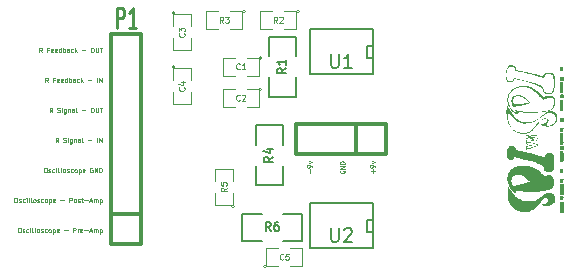
<source format=gto>
G04 (created by PCBNEW (2013-07-07 BZR 4022)-stable) date 1/27/2014 8:08:51 PM*
%MOIN*%
G04 Gerber Fmt 3.4, Leading zero omitted, Abs format*
%FSLAX34Y34*%
G01*
G70*
G90*
G04 APERTURE LIST*
%ADD10C,0.00590551*%
%ADD11C,0.003*%
%ADD12C,0.005*%
%ADD13C,0.0039*%
%ADD14C,0.012*%
%ADD15C,0.0001*%
%ADD16C,0.006*%
%ADD17C,0.0043*%
%ADD18C,0.0107*%
G04 APERTURE END LIST*
G54D10*
G54D11*
X86003Y-56585D02*
X86003Y-56471D01*
X86060Y-56528D02*
X85946Y-56528D01*
X86060Y-56392D02*
X86060Y-56364D01*
X86053Y-56350D01*
X86046Y-56342D01*
X86025Y-56328D01*
X85996Y-56321D01*
X85939Y-56321D01*
X85925Y-56328D01*
X85917Y-56335D01*
X85910Y-56350D01*
X85910Y-56378D01*
X85917Y-56392D01*
X85925Y-56400D01*
X85939Y-56407D01*
X85975Y-56407D01*
X85989Y-56400D01*
X85996Y-56392D01*
X86003Y-56378D01*
X86003Y-56350D01*
X85996Y-56335D01*
X85989Y-56328D01*
X85975Y-56321D01*
X85960Y-56271D02*
X86060Y-56235D01*
X85960Y-56200D01*
X84917Y-56514D02*
X84910Y-56528D01*
X84910Y-56550D01*
X84917Y-56571D01*
X84932Y-56585D01*
X84946Y-56592D01*
X84975Y-56600D01*
X84996Y-56600D01*
X85025Y-56592D01*
X85039Y-56585D01*
X85053Y-56571D01*
X85060Y-56550D01*
X85060Y-56535D01*
X85053Y-56514D01*
X85046Y-56507D01*
X84996Y-56507D01*
X84996Y-56535D01*
X85060Y-56442D02*
X84910Y-56442D01*
X85060Y-56357D01*
X84910Y-56357D01*
X85060Y-56285D02*
X84910Y-56285D01*
X84910Y-56249D01*
X84917Y-56228D01*
X84932Y-56214D01*
X84946Y-56207D01*
X84975Y-56199D01*
X84996Y-56199D01*
X85025Y-56207D01*
X85039Y-56214D01*
X85053Y-56228D01*
X85060Y-56249D01*
X85060Y-56285D01*
X83903Y-56585D02*
X83903Y-56471D01*
X83960Y-56392D02*
X83960Y-56364D01*
X83953Y-56350D01*
X83946Y-56342D01*
X83925Y-56328D01*
X83896Y-56321D01*
X83839Y-56321D01*
X83825Y-56328D01*
X83817Y-56335D01*
X83810Y-56350D01*
X83810Y-56378D01*
X83817Y-56392D01*
X83825Y-56400D01*
X83839Y-56407D01*
X83875Y-56407D01*
X83889Y-56400D01*
X83896Y-56392D01*
X83903Y-56378D01*
X83903Y-56350D01*
X83896Y-56335D01*
X83889Y-56328D01*
X83875Y-56321D01*
X83860Y-56271D02*
X83960Y-56235D01*
X83860Y-56200D01*
X74207Y-58410D02*
X74235Y-58410D01*
X74250Y-58417D01*
X74264Y-58432D01*
X74271Y-58460D01*
X74271Y-58510D01*
X74264Y-58539D01*
X74250Y-58553D01*
X74235Y-58560D01*
X74207Y-58560D01*
X74192Y-58553D01*
X74178Y-58539D01*
X74171Y-58510D01*
X74171Y-58460D01*
X74178Y-58432D01*
X74192Y-58417D01*
X74207Y-58410D01*
X74328Y-58553D02*
X74342Y-58560D01*
X74371Y-58560D01*
X74385Y-58553D01*
X74392Y-58539D01*
X74392Y-58532D01*
X74385Y-58517D01*
X74371Y-58510D01*
X74350Y-58510D01*
X74335Y-58503D01*
X74328Y-58489D01*
X74328Y-58482D01*
X74335Y-58467D01*
X74350Y-58460D01*
X74371Y-58460D01*
X74385Y-58467D01*
X74521Y-58553D02*
X74507Y-58560D01*
X74478Y-58560D01*
X74464Y-58553D01*
X74457Y-58546D01*
X74450Y-58532D01*
X74450Y-58489D01*
X74457Y-58475D01*
X74464Y-58467D01*
X74478Y-58460D01*
X74507Y-58460D01*
X74521Y-58467D01*
X74585Y-58560D02*
X74585Y-58460D01*
X74585Y-58410D02*
X74578Y-58417D01*
X74585Y-58425D01*
X74592Y-58417D01*
X74585Y-58410D01*
X74585Y-58425D01*
X74678Y-58560D02*
X74664Y-58553D01*
X74657Y-58539D01*
X74657Y-58410D01*
X74757Y-58560D02*
X74742Y-58553D01*
X74735Y-58539D01*
X74735Y-58410D01*
X74835Y-58560D02*
X74821Y-58553D01*
X74814Y-58546D01*
X74807Y-58532D01*
X74807Y-58489D01*
X74814Y-58475D01*
X74821Y-58467D01*
X74835Y-58460D01*
X74857Y-58460D01*
X74871Y-58467D01*
X74878Y-58475D01*
X74885Y-58489D01*
X74885Y-58532D01*
X74878Y-58546D01*
X74871Y-58553D01*
X74857Y-58560D01*
X74835Y-58560D01*
X74942Y-58553D02*
X74957Y-58560D01*
X74985Y-58560D01*
X75000Y-58553D01*
X75007Y-58539D01*
X75007Y-58532D01*
X75000Y-58517D01*
X74985Y-58510D01*
X74964Y-58510D01*
X74950Y-58503D01*
X74942Y-58489D01*
X74942Y-58482D01*
X74950Y-58467D01*
X74964Y-58460D01*
X74985Y-58460D01*
X75000Y-58467D01*
X75135Y-58553D02*
X75121Y-58560D01*
X75092Y-58560D01*
X75078Y-58553D01*
X75071Y-58546D01*
X75064Y-58532D01*
X75064Y-58489D01*
X75071Y-58475D01*
X75078Y-58467D01*
X75092Y-58460D01*
X75121Y-58460D01*
X75135Y-58467D01*
X75221Y-58560D02*
X75207Y-58553D01*
X75200Y-58546D01*
X75192Y-58532D01*
X75192Y-58489D01*
X75200Y-58475D01*
X75207Y-58467D01*
X75221Y-58460D01*
X75242Y-58460D01*
X75257Y-58467D01*
X75264Y-58475D01*
X75271Y-58489D01*
X75271Y-58532D01*
X75264Y-58546D01*
X75257Y-58553D01*
X75242Y-58560D01*
X75221Y-58560D01*
X75335Y-58460D02*
X75335Y-58610D01*
X75335Y-58467D02*
X75350Y-58460D01*
X75378Y-58460D01*
X75392Y-58467D01*
X75400Y-58475D01*
X75407Y-58489D01*
X75407Y-58532D01*
X75400Y-58546D01*
X75392Y-58553D01*
X75378Y-58560D01*
X75350Y-58560D01*
X75335Y-58553D01*
X75528Y-58553D02*
X75514Y-58560D01*
X75485Y-58560D01*
X75471Y-58553D01*
X75464Y-58539D01*
X75464Y-58482D01*
X75471Y-58467D01*
X75485Y-58460D01*
X75514Y-58460D01*
X75528Y-58467D01*
X75535Y-58482D01*
X75535Y-58496D01*
X75464Y-58510D01*
X75714Y-58503D02*
X75828Y-58503D01*
X76014Y-58560D02*
X76014Y-58410D01*
X76071Y-58410D01*
X76085Y-58417D01*
X76092Y-58425D01*
X76100Y-58439D01*
X76100Y-58460D01*
X76092Y-58475D01*
X76085Y-58482D01*
X76071Y-58489D01*
X76014Y-58489D01*
X76164Y-58560D02*
X76164Y-58460D01*
X76164Y-58489D02*
X76171Y-58475D01*
X76178Y-58467D01*
X76192Y-58460D01*
X76207Y-58460D01*
X76314Y-58553D02*
X76300Y-58560D01*
X76271Y-58560D01*
X76257Y-58553D01*
X76250Y-58539D01*
X76250Y-58482D01*
X76257Y-58467D01*
X76271Y-58460D01*
X76300Y-58460D01*
X76314Y-58467D01*
X76321Y-58482D01*
X76321Y-58496D01*
X76250Y-58510D01*
X76385Y-58503D02*
X76500Y-58503D01*
X76564Y-58517D02*
X76635Y-58517D01*
X76550Y-58560D02*
X76600Y-58410D01*
X76650Y-58560D01*
X76700Y-58560D02*
X76700Y-58460D01*
X76700Y-58475D02*
X76707Y-58467D01*
X76721Y-58460D01*
X76742Y-58460D01*
X76757Y-58467D01*
X76764Y-58482D01*
X76764Y-58560D01*
X76764Y-58482D02*
X76771Y-58467D01*
X76785Y-58460D01*
X76807Y-58460D01*
X76821Y-58467D01*
X76828Y-58482D01*
X76828Y-58560D01*
X76900Y-58460D02*
X76900Y-58610D01*
X76900Y-58467D02*
X76914Y-58460D01*
X76942Y-58460D01*
X76957Y-58467D01*
X76964Y-58475D01*
X76971Y-58489D01*
X76971Y-58532D01*
X76964Y-58546D01*
X76957Y-58553D01*
X76942Y-58560D01*
X76914Y-58560D01*
X76900Y-58553D01*
X74085Y-57410D02*
X74114Y-57410D01*
X74128Y-57417D01*
X74142Y-57432D01*
X74150Y-57460D01*
X74150Y-57510D01*
X74142Y-57539D01*
X74128Y-57553D01*
X74114Y-57560D01*
X74085Y-57560D01*
X74071Y-57553D01*
X74057Y-57539D01*
X74050Y-57510D01*
X74050Y-57460D01*
X74057Y-57432D01*
X74071Y-57417D01*
X74085Y-57410D01*
X74207Y-57553D02*
X74221Y-57560D01*
X74250Y-57560D01*
X74264Y-57553D01*
X74271Y-57539D01*
X74271Y-57532D01*
X74264Y-57517D01*
X74250Y-57510D01*
X74228Y-57510D01*
X74214Y-57503D01*
X74207Y-57489D01*
X74207Y-57482D01*
X74214Y-57467D01*
X74228Y-57460D01*
X74250Y-57460D01*
X74264Y-57467D01*
X74400Y-57553D02*
X74385Y-57560D01*
X74357Y-57560D01*
X74342Y-57553D01*
X74335Y-57546D01*
X74328Y-57532D01*
X74328Y-57489D01*
X74335Y-57475D01*
X74342Y-57467D01*
X74357Y-57460D01*
X74385Y-57460D01*
X74400Y-57467D01*
X74464Y-57560D02*
X74464Y-57460D01*
X74464Y-57410D02*
X74457Y-57417D01*
X74464Y-57425D01*
X74471Y-57417D01*
X74464Y-57410D01*
X74464Y-57425D01*
X74557Y-57560D02*
X74542Y-57553D01*
X74535Y-57539D01*
X74535Y-57410D01*
X74635Y-57560D02*
X74621Y-57553D01*
X74614Y-57539D01*
X74614Y-57410D01*
X74714Y-57560D02*
X74700Y-57553D01*
X74692Y-57546D01*
X74685Y-57532D01*
X74685Y-57489D01*
X74692Y-57475D01*
X74700Y-57467D01*
X74714Y-57460D01*
X74735Y-57460D01*
X74750Y-57467D01*
X74757Y-57475D01*
X74764Y-57489D01*
X74764Y-57532D01*
X74757Y-57546D01*
X74750Y-57553D01*
X74735Y-57560D01*
X74714Y-57560D01*
X74821Y-57553D02*
X74835Y-57560D01*
X74864Y-57560D01*
X74878Y-57553D01*
X74885Y-57539D01*
X74885Y-57532D01*
X74878Y-57517D01*
X74864Y-57510D01*
X74842Y-57510D01*
X74828Y-57503D01*
X74821Y-57489D01*
X74821Y-57482D01*
X74828Y-57467D01*
X74842Y-57460D01*
X74864Y-57460D01*
X74878Y-57467D01*
X75014Y-57553D02*
X75000Y-57560D01*
X74971Y-57560D01*
X74957Y-57553D01*
X74950Y-57546D01*
X74942Y-57532D01*
X74942Y-57489D01*
X74950Y-57475D01*
X74957Y-57467D01*
X74971Y-57460D01*
X75000Y-57460D01*
X75014Y-57467D01*
X75100Y-57560D02*
X75085Y-57553D01*
X75078Y-57546D01*
X75071Y-57532D01*
X75071Y-57489D01*
X75078Y-57475D01*
X75085Y-57467D01*
X75100Y-57460D01*
X75121Y-57460D01*
X75135Y-57467D01*
X75142Y-57475D01*
X75150Y-57489D01*
X75150Y-57532D01*
X75142Y-57546D01*
X75135Y-57553D01*
X75121Y-57560D01*
X75100Y-57560D01*
X75214Y-57460D02*
X75214Y-57610D01*
X75214Y-57467D02*
X75228Y-57460D01*
X75257Y-57460D01*
X75271Y-57467D01*
X75278Y-57475D01*
X75285Y-57489D01*
X75285Y-57532D01*
X75278Y-57546D01*
X75271Y-57553D01*
X75257Y-57560D01*
X75228Y-57560D01*
X75214Y-57553D01*
X75407Y-57553D02*
X75392Y-57560D01*
X75364Y-57560D01*
X75350Y-57553D01*
X75342Y-57539D01*
X75342Y-57482D01*
X75350Y-57467D01*
X75364Y-57460D01*
X75392Y-57460D01*
X75407Y-57467D01*
X75414Y-57482D01*
X75414Y-57496D01*
X75342Y-57510D01*
X75592Y-57503D02*
X75707Y-57503D01*
X75892Y-57560D02*
X75892Y-57410D01*
X75950Y-57410D01*
X75964Y-57417D01*
X75971Y-57425D01*
X75978Y-57439D01*
X75978Y-57460D01*
X75971Y-57475D01*
X75964Y-57482D01*
X75950Y-57489D01*
X75892Y-57489D01*
X76064Y-57560D02*
X76050Y-57553D01*
X76042Y-57546D01*
X76035Y-57532D01*
X76035Y-57489D01*
X76042Y-57475D01*
X76050Y-57467D01*
X76064Y-57460D01*
X76085Y-57460D01*
X76100Y-57467D01*
X76107Y-57475D01*
X76114Y-57489D01*
X76114Y-57532D01*
X76107Y-57546D01*
X76100Y-57553D01*
X76085Y-57560D01*
X76064Y-57560D01*
X76171Y-57553D02*
X76185Y-57560D01*
X76214Y-57560D01*
X76228Y-57553D01*
X76235Y-57539D01*
X76235Y-57532D01*
X76228Y-57517D01*
X76214Y-57510D01*
X76192Y-57510D01*
X76178Y-57503D01*
X76171Y-57489D01*
X76171Y-57482D01*
X76178Y-57467D01*
X76192Y-57460D01*
X76214Y-57460D01*
X76228Y-57467D01*
X76278Y-57460D02*
X76335Y-57460D01*
X76300Y-57410D02*
X76300Y-57539D01*
X76307Y-57553D01*
X76321Y-57560D01*
X76335Y-57560D01*
X76385Y-57503D02*
X76500Y-57503D01*
X76564Y-57517D02*
X76635Y-57517D01*
X76550Y-57560D02*
X76600Y-57410D01*
X76650Y-57560D01*
X76700Y-57560D02*
X76700Y-57460D01*
X76700Y-57475D02*
X76707Y-57467D01*
X76721Y-57460D01*
X76742Y-57460D01*
X76757Y-57467D01*
X76764Y-57482D01*
X76764Y-57560D01*
X76764Y-57482D02*
X76771Y-57467D01*
X76785Y-57460D01*
X76807Y-57460D01*
X76821Y-57467D01*
X76828Y-57482D01*
X76828Y-57560D01*
X76900Y-57460D02*
X76900Y-57610D01*
X76900Y-57467D02*
X76914Y-57460D01*
X76942Y-57460D01*
X76957Y-57467D01*
X76964Y-57475D01*
X76971Y-57489D01*
X76971Y-57532D01*
X76964Y-57546D01*
X76957Y-57553D01*
X76942Y-57560D01*
X76914Y-57560D01*
X76900Y-57553D01*
X75071Y-56410D02*
X75100Y-56410D01*
X75114Y-56417D01*
X75128Y-56432D01*
X75135Y-56460D01*
X75135Y-56510D01*
X75128Y-56539D01*
X75114Y-56553D01*
X75100Y-56560D01*
X75071Y-56560D01*
X75057Y-56553D01*
X75042Y-56539D01*
X75035Y-56510D01*
X75035Y-56460D01*
X75042Y-56432D01*
X75057Y-56417D01*
X75071Y-56410D01*
X75192Y-56553D02*
X75207Y-56560D01*
X75235Y-56560D01*
X75250Y-56553D01*
X75257Y-56539D01*
X75257Y-56532D01*
X75250Y-56517D01*
X75235Y-56510D01*
X75214Y-56510D01*
X75200Y-56503D01*
X75192Y-56489D01*
X75192Y-56482D01*
X75200Y-56467D01*
X75214Y-56460D01*
X75235Y-56460D01*
X75250Y-56467D01*
X75385Y-56553D02*
X75371Y-56560D01*
X75342Y-56560D01*
X75328Y-56553D01*
X75321Y-56546D01*
X75314Y-56532D01*
X75314Y-56489D01*
X75321Y-56475D01*
X75328Y-56467D01*
X75342Y-56460D01*
X75371Y-56460D01*
X75385Y-56467D01*
X75450Y-56560D02*
X75450Y-56460D01*
X75450Y-56410D02*
X75442Y-56417D01*
X75450Y-56425D01*
X75457Y-56417D01*
X75450Y-56410D01*
X75450Y-56425D01*
X75542Y-56560D02*
X75528Y-56553D01*
X75521Y-56539D01*
X75521Y-56410D01*
X75621Y-56560D02*
X75607Y-56553D01*
X75600Y-56539D01*
X75600Y-56410D01*
X75700Y-56560D02*
X75685Y-56553D01*
X75678Y-56546D01*
X75671Y-56532D01*
X75671Y-56489D01*
X75678Y-56475D01*
X75685Y-56467D01*
X75700Y-56460D01*
X75721Y-56460D01*
X75735Y-56467D01*
X75742Y-56475D01*
X75750Y-56489D01*
X75750Y-56532D01*
X75742Y-56546D01*
X75735Y-56553D01*
X75721Y-56560D01*
X75700Y-56560D01*
X75807Y-56553D02*
X75821Y-56560D01*
X75850Y-56560D01*
X75864Y-56553D01*
X75871Y-56539D01*
X75871Y-56532D01*
X75864Y-56517D01*
X75850Y-56510D01*
X75828Y-56510D01*
X75814Y-56503D01*
X75807Y-56489D01*
X75807Y-56482D01*
X75814Y-56467D01*
X75828Y-56460D01*
X75850Y-56460D01*
X75864Y-56467D01*
X76000Y-56553D02*
X75985Y-56560D01*
X75957Y-56560D01*
X75942Y-56553D01*
X75935Y-56546D01*
X75928Y-56532D01*
X75928Y-56489D01*
X75935Y-56475D01*
X75942Y-56467D01*
X75957Y-56460D01*
X75985Y-56460D01*
X76000Y-56467D01*
X76085Y-56560D02*
X76071Y-56553D01*
X76064Y-56546D01*
X76057Y-56532D01*
X76057Y-56489D01*
X76064Y-56475D01*
X76071Y-56467D01*
X76085Y-56460D01*
X76107Y-56460D01*
X76121Y-56467D01*
X76128Y-56475D01*
X76135Y-56489D01*
X76135Y-56532D01*
X76128Y-56546D01*
X76121Y-56553D01*
X76107Y-56560D01*
X76085Y-56560D01*
X76200Y-56460D02*
X76200Y-56610D01*
X76200Y-56467D02*
X76214Y-56460D01*
X76242Y-56460D01*
X76257Y-56467D01*
X76264Y-56475D01*
X76271Y-56489D01*
X76271Y-56532D01*
X76264Y-56546D01*
X76257Y-56553D01*
X76242Y-56560D01*
X76214Y-56560D01*
X76200Y-56553D01*
X76392Y-56553D02*
X76378Y-56560D01*
X76350Y-56560D01*
X76335Y-56553D01*
X76328Y-56539D01*
X76328Y-56482D01*
X76335Y-56467D01*
X76350Y-56460D01*
X76378Y-56460D01*
X76392Y-56467D01*
X76400Y-56482D01*
X76400Y-56496D01*
X76328Y-56510D01*
X76657Y-56417D02*
X76642Y-56410D01*
X76621Y-56410D01*
X76600Y-56417D01*
X76585Y-56432D01*
X76578Y-56446D01*
X76571Y-56475D01*
X76571Y-56496D01*
X76578Y-56525D01*
X76585Y-56539D01*
X76600Y-56553D01*
X76621Y-56560D01*
X76635Y-56560D01*
X76657Y-56553D01*
X76664Y-56546D01*
X76664Y-56496D01*
X76635Y-56496D01*
X76728Y-56560D02*
X76728Y-56410D01*
X76814Y-56560D01*
X76814Y-56410D01*
X76885Y-56560D02*
X76885Y-56410D01*
X76921Y-56410D01*
X76942Y-56417D01*
X76957Y-56432D01*
X76964Y-56446D01*
X76971Y-56475D01*
X76971Y-56496D01*
X76964Y-56525D01*
X76957Y-56539D01*
X76942Y-56553D01*
X76921Y-56560D01*
X76885Y-56560D01*
X75514Y-55560D02*
X75464Y-55489D01*
X75428Y-55560D02*
X75428Y-55410D01*
X75485Y-55410D01*
X75500Y-55417D01*
X75507Y-55425D01*
X75514Y-55439D01*
X75514Y-55460D01*
X75507Y-55475D01*
X75500Y-55482D01*
X75485Y-55489D01*
X75428Y-55489D01*
X75685Y-55553D02*
X75707Y-55560D01*
X75742Y-55560D01*
X75757Y-55553D01*
X75764Y-55546D01*
X75771Y-55532D01*
X75771Y-55517D01*
X75764Y-55503D01*
X75757Y-55496D01*
X75742Y-55489D01*
X75714Y-55482D01*
X75700Y-55475D01*
X75692Y-55467D01*
X75685Y-55453D01*
X75685Y-55439D01*
X75692Y-55425D01*
X75700Y-55417D01*
X75714Y-55410D01*
X75750Y-55410D01*
X75771Y-55417D01*
X75835Y-55560D02*
X75835Y-55460D01*
X75835Y-55410D02*
X75828Y-55417D01*
X75835Y-55425D01*
X75842Y-55417D01*
X75835Y-55410D01*
X75835Y-55425D01*
X75971Y-55460D02*
X75971Y-55582D01*
X75964Y-55596D01*
X75957Y-55603D01*
X75942Y-55610D01*
X75921Y-55610D01*
X75907Y-55603D01*
X75971Y-55553D02*
X75957Y-55560D01*
X75928Y-55560D01*
X75914Y-55553D01*
X75907Y-55546D01*
X75900Y-55532D01*
X75900Y-55489D01*
X75907Y-55475D01*
X75914Y-55467D01*
X75928Y-55460D01*
X75957Y-55460D01*
X75971Y-55467D01*
X76042Y-55460D02*
X76042Y-55560D01*
X76042Y-55475D02*
X76050Y-55467D01*
X76064Y-55460D01*
X76085Y-55460D01*
X76100Y-55467D01*
X76107Y-55482D01*
X76107Y-55560D01*
X76242Y-55560D02*
X76242Y-55482D01*
X76235Y-55467D01*
X76221Y-55460D01*
X76192Y-55460D01*
X76178Y-55467D01*
X76242Y-55553D02*
X76228Y-55560D01*
X76192Y-55560D01*
X76178Y-55553D01*
X76171Y-55539D01*
X76171Y-55525D01*
X76178Y-55510D01*
X76192Y-55503D01*
X76228Y-55503D01*
X76242Y-55496D01*
X76335Y-55560D02*
X76321Y-55553D01*
X76314Y-55539D01*
X76314Y-55410D01*
X76507Y-55503D02*
X76621Y-55503D01*
X76807Y-55560D02*
X76807Y-55410D01*
X76878Y-55560D02*
X76878Y-55410D01*
X76964Y-55560D01*
X76964Y-55410D01*
X75314Y-54560D02*
X75264Y-54489D01*
X75228Y-54560D02*
X75228Y-54410D01*
X75285Y-54410D01*
X75300Y-54417D01*
X75307Y-54425D01*
X75314Y-54439D01*
X75314Y-54460D01*
X75307Y-54475D01*
X75300Y-54482D01*
X75285Y-54489D01*
X75228Y-54489D01*
X75485Y-54553D02*
X75507Y-54560D01*
X75542Y-54560D01*
X75557Y-54553D01*
X75564Y-54546D01*
X75571Y-54532D01*
X75571Y-54517D01*
X75564Y-54503D01*
X75557Y-54496D01*
X75542Y-54489D01*
X75514Y-54482D01*
X75500Y-54475D01*
X75492Y-54467D01*
X75485Y-54453D01*
X75485Y-54439D01*
X75492Y-54425D01*
X75500Y-54417D01*
X75514Y-54410D01*
X75550Y-54410D01*
X75571Y-54417D01*
X75635Y-54560D02*
X75635Y-54460D01*
X75635Y-54410D02*
X75628Y-54417D01*
X75635Y-54425D01*
X75642Y-54417D01*
X75635Y-54410D01*
X75635Y-54425D01*
X75771Y-54460D02*
X75771Y-54582D01*
X75764Y-54596D01*
X75757Y-54603D01*
X75742Y-54610D01*
X75721Y-54610D01*
X75707Y-54603D01*
X75771Y-54553D02*
X75757Y-54560D01*
X75728Y-54560D01*
X75714Y-54553D01*
X75707Y-54546D01*
X75700Y-54532D01*
X75700Y-54489D01*
X75707Y-54475D01*
X75714Y-54467D01*
X75728Y-54460D01*
X75757Y-54460D01*
X75771Y-54467D01*
X75842Y-54460D02*
X75842Y-54560D01*
X75842Y-54475D02*
X75850Y-54467D01*
X75864Y-54460D01*
X75885Y-54460D01*
X75900Y-54467D01*
X75907Y-54482D01*
X75907Y-54560D01*
X76042Y-54560D02*
X76042Y-54482D01*
X76035Y-54467D01*
X76021Y-54460D01*
X75992Y-54460D01*
X75978Y-54467D01*
X76042Y-54553D02*
X76028Y-54560D01*
X75992Y-54560D01*
X75978Y-54553D01*
X75971Y-54539D01*
X75971Y-54525D01*
X75978Y-54510D01*
X75992Y-54503D01*
X76028Y-54503D01*
X76042Y-54496D01*
X76135Y-54560D02*
X76121Y-54553D01*
X76114Y-54539D01*
X76114Y-54410D01*
X76307Y-54503D02*
X76421Y-54503D01*
X76635Y-54410D02*
X76664Y-54410D01*
X76678Y-54417D01*
X76692Y-54432D01*
X76699Y-54460D01*
X76699Y-54510D01*
X76692Y-54539D01*
X76678Y-54553D01*
X76664Y-54560D01*
X76635Y-54560D01*
X76621Y-54553D01*
X76607Y-54539D01*
X76599Y-54510D01*
X76599Y-54460D01*
X76607Y-54432D01*
X76621Y-54417D01*
X76635Y-54410D01*
X76764Y-54410D02*
X76764Y-54532D01*
X76771Y-54546D01*
X76778Y-54553D01*
X76792Y-54560D01*
X76821Y-54560D01*
X76835Y-54553D01*
X76842Y-54546D01*
X76850Y-54532D01*
X76850Y-54410D01*
X76900Y-54410D02*
X76985Y-54410D01*
X76942Y-54560D02*
X76942Y-54410D01*
X75171Y-53560D02*
X75121Y-53489D01*
X75085Y-53560D02*
X75085Y-53410D01*
X75142Y-53410D01*
X75157Y-53417D01*
X75164Y-53425D01*
X75171Y-53439D01*
X75171Y-53460D01*
X75164Y-53475D01*
X75157Y-53482D01*
X75142Y-53489D01*
X75085Y-53489D01*
X75400Y-53482D02*
X75350Y-53482D01*
X75350Y-53560D02*
X75350Y-53410D01*
X75421Y-53410D01*
X75535Y-53553D02*
X75521Y-53560D01*
X75492Y-53560D01*
X75478Y-53553D01*
X75471Y-53539D01*
X75471Y-53482D01*
X75478Y-53467D01*
X75492Y-53460D01*
X75521Y-53460D01*
X75535Y-53467D01*
X75542Y-53482D01*
X75542Y-53496D01*
X75471Y-53510D01*
X75664Y-53553D02*
X75650Y-53560D01*
X75621Y-53560D01*
X75607Y-53553D01*
X75600Y-53539D01*
X75600Y-53482D01*
X75607Y-53467D01*
X75621Y-53460D01*
X75650Y-53460D01*
X75664Y-53467D01*
X75671Y-53482D01*
X75671Y-53496D01*
X75600Y-53510D01*
X75800Y-53560D02*
X75800Y-53410D01*
X75800Y-53553D02*
X75785Y-53560D01*
X75757Y-53560D01*
X75742Y-53553D01*
X75735Y-53546D01*
X75728Y-53532D01*
X75728Y-53489D01*
X75735Y-53475D01*
X75742Y-53467D01*
X75757Y-53460D01*
X75785Y-53460D01*
X75800Y-53467D01*
X75871Y-53560D02*
X75871Y-53410D01*
X75871Y-53467D02*
X75885Y-53460D01*
X75914Y-53460D01*
X75928Y-53467D01*
X75935Y-53475D01*
X75942Y-53489D01*
X75942Y-53532D01*
X75935Y-53546D01*
X75928Y-53553D01*
X75914Y-53560D01*
X75885Y-53560D01*
X75871Y-53553D01*
X76071Y-53560D02*
X76071Y-53482D01*
X76064Y-53467D01*
X76049Y-53460D01*
X76021Y-53460D01*
X76007Y-53467D01*
X76071Y-53553D02*
X76057Y-53560D01*
X76021Y-53560D01*
X76007Y-53553D01*
X75999Y-53539D01*
X75999Y-53525D01*
X76007Y-53510D01*
X76021Y-53503D01*
X76057Y-53503D01*
X76071Y-53496D01*
X76207Y-53553D02*
X76192Y-53560D01*
X76164Y-53560D01*
X76149Y-53553D01*
X76142Y-53546D01*
X76135Y-53532D01*
X76135Y-53489D01*
X76142Y-53475D01*
X76149Y-53467D01*
X76164Y-53460D01*
X76192Y-53460D01*
X76207Y-53467D01*
X76271Y-53560D02*
X76271Y-53410D01*
X76285Y-53503D02*
X76328Y-53560D01*
X76328Y-53460D02*
X76271Y-53517D01*
X76507Y-53503D02*
X76621Y-53503D01*
X76807Y-53560D02*
X76807Y-53410D01*
X76878Y-53560D02*
X76878Y-53410D01*
X76964Y-53560D01*
X76964Y-53410D01*
X74971Y-52560D02*
X74921Y-52489D01*
X74885Y-52560D02*
X74885Y-52410D01*
X74942Y-52410D01*
X74957Y-52417D01*
X74964Y-52425D01*
X74971Y-52439D01*
X74971Y-52460D01*
X74964Y-52475D01*
X74957Y-52482D01*
X74942Y-52489D01*
X74885Y-52489D01*
X75200Y-52482D02*
X75150Y-52482D01*
X75150Y-52560D02*
X75150Y-52410D01*
X75221Y-52410D01*
X75335Y-52553D02*
X75321Y-52560D01*
X75292Y-52560D01*
X75278Y-52553D01*
X75271Y-52539D01*
X75271Y-52482D01*
X75278Y-52467D01*
X75292Y-52460D01*
X75321Y-52460D01*
X75335Y-52467D01*
X75342Y-52482D01*
X75342Y-52496D01*
X75271Y-52510D01*
X75464Y-52553D02*
X75450Y-52560D01*
X75421Y-52560D01*
X75407Y-52553D01*
X75400Y-52539D01*
X75400Y-52482D01*
X75407Y-52467D01*
X75421Y-52460D01*
X75450Y-52460D01*
X75464Y-52467D01*
X75471Y-52482D01*
X75471Y-52496D01*
X75400Y-52510D01*
X75600Y-52560D02*
X75600Y-52410D01*
X75600Y-52553D02*
X75585Y-52560D01*
X75557Y-52560D01*
X75542Y-52553D01*
X75535Y-52546D01*
X75528Y-52532D01*
X75528Y-52489D01*
X75535Y-52475D01*
X75542Y-52467D01*
X75557Y-52460D01*
X75585Y-52460D01*
X75600Y-52467D01*
X75671Y-52560D02*
X75671Y-52410D01*
X75671Y-52467D02*
X75685Y-52460D01*
X75714Y-52460D01*
X75728Y-52467D01*
X75735Y-52475D01*
X75742Y-52489D01*
X75742Y-52532D01*
X75735Y-52546D01*
X75728Y-52553D01*
X75714Y-52560D01*
X75685Y-52560D01*
X75671Y-52553D01*
X75871Y-52560D02*
X75871Y-52482D01*
X75864Y-52467D01*
X75849Y-52460D01*
X75821Y-52460D01*
X75807Y-52467D01*
X75871Y-52553D02*
X75857Y-52560D01*
X75821Y-52560D01*
X75807Y-52553D01*
X75799Y-52539D01*
X75799Y-52525D01*
X75807Y-52510D01*
X75821Y-52503D01*
X75857Y-52503D01*
X75871Y-52496D01*
X76007Y-52553D02*
X75992Y-52560D01*
X75964Y-52560D01*
X75949Y-52553D01*
X75942Y-52546D01*
X75935Y-52532D01*
X75935Y-52489D01*
X75942Y-52475D01*
X75949Y-52467D01*
X75964Y-52460D01*
X75992Y-52460D01*
X76007Y-52467D01*
X76071Y-52560D02*
X76071Y-52410D01*
X76085Y-52503D02*
X76128Y-52560D01*
X76128Y-52460D02*
X76071Y-52517D01*
X76307Y-52503D02*
X76421Y-52503D01*
X76635Y-52410D02*
X76664Y-52410D01*
X76678Y-52417D01*
X76692Y-52432D01*
X76699Y-52460D01*
X76699Y-52510D01*
X76692Y-52539D01*
X76678Y-52553D01*
X76664Y-52560D01*
X76635Y-52560D01*
X76621Y-52553D01*
X76607Y-52539D01*
X76599Y-52510D01*
X76599Y-52460D01*
X76607Y-52432D01*
X76621Y-52417D01*
X76635Y-52410D01*
X76764Y-52410D02*
X76764Y-52532D01*
X76771Y-52546D01*
X76778Y-52553D01*
X76792Y-52560D01*
X76821Y-52560D01*
X76835Y-52553D01*
X76842Y-52546D01*
X76850Y-52532D01*
X76850Y-52410D01*
X76900Y-52410D02*
X76985Y-52410D01*
X76942Y-52560D02*
X76942Y-52410D01*
G54D12*
X86000Y-51850D02*
X86000Y-51800D01*
X86000Y-51800D02*
X83900Y-51800D01*
X83900Y-53300D02*
X86000Y-53300D01*
X86000Y-53300D02*
X86000Y-51850D01*
X86000Y-52750D02*
X85800Y-52750D01*
X85800Y-52750D02*
X85800Y-52350D01*
X85800Y-52350D02*
X86000Y-52350D01*
X83900Y-53300D02*
X83900Y-51800D01*
X86000Y-57650D02*
X86000Y-57600D01*
X86000Y-57600D02*
X83900Y-57600D01*
X83900Y-59100D02*
X86000Y-59100D01*
X86000Y-59100D02*
X86000Y-57650D01*
X86000Y-58550D02*
X85800Y-58550D01*
X85800Y-58550D02*
X85800Y-58150D01*
X85800Y-58150D02*
X86000Y-58150D01*
X83900Y-59100D02*
X83900Y-57600D01*
X83450Y-52050D02*
X82550Y-52050D01*
X82550Y-52050D02*
X82550Y-52700D01*
X83450Y-53400D02*
X83450Y-54050D01*
X83450Y-54050D02*
X82550Y-54050D01*
X82550Y-54050D02*
X82550Y-53400D01*
X83450Y-52700D02*
X83450Y-52050D01*
X82100Y-57000D02*
X83000Y-57000D01*
X83000Y-57000D02*
X83000Y-56350D01*
X82100Y-55650D02*
X82100Y-55000D01*
X82100Y-55000D02*
X83000Y-55000D01*
X83000Y-55000D02*
X83000Y-55650D01*
X82100Y-56350D02*
X82100Y-57000D01*
X81650Y-57950D02*
X81650Y-58850D01*
X81650Y-58850D02*
X82300Y-58850D01*
X83000Y-57950D02*
X83650Y-57950D01*
X83650Y-57950D02*
X83650Y-58850D01*
X83650Y-58850D02*
X83000Y-58850D01*
X82300Y-57950D02*
X81650Y-57950D01*
G54D13*
X83550Y-51200D02*
G75*
G03X83550Y-51200I-50J0D01*
G74*
G01*
X83050Y-51200D02*
X83450Y-51200D01*
X83450Y-51200D02*
X83450Y-51800D01*
X83450Y-51800D02*
X83050Y-51800D01*
X82650Y-51800D02*
X82250Y-51800D01*
X82250Y-51800D02*
X82250Y-51200D01*
X82250Y-51200D02*
X82650Y-51200D01*
X82300Y-52750D02*
G75*
G03X82300Y-52750I-50J0D01*
G74*
G01*
X81800Y-52750D02*
X82200Y-52750D01*
X82200Y-52750D02*
X82200Y-53350D01*
X82200Y-53350D02*
X81800Y-53350D01*
X81400Y-53350D02*
X81000Y-53350D01*
X81000Y-53350D02*
X81000Y-52750D01*
X81000Y-52750D02*
X81400Y-52750D01*
X82300Y-53800D02*
G75*
G03X82300Y-53800I-50J0D01*
G74*
G01*
X81800Y-53800D02*
X82200Y-53800D01*
X82200Y-53800D02*
X82200Y-54400D01*
X82200Y-54400D02*
X81800Y-54400D01*
X81400Y-54400D02*
X81000Y-54400D01*
X81000Y-54400D02*
X81000Y-53800D01*
X81000Y-53800D02*
X81400Y-53800D01*
X81400Y-57700D02*
G75*
G03X81400Y-57700I-50J0D01*
G74*
G01*
X81350Y-57250D02*
X81350Y-57650D01*
X81350Y-57650D02*
X80750Y-57650D01*
X80750Y-57650D02*
X80750Y-57250D01*
X80750Y-56850D02*
X80750Y-56450D01*
X80750Y-56450D02*
X81350Y-56450D01*
X81350Y-56450D02*
X81350Y-56850D01*
X81750Y-51200D02*
G75*
G03X81750Y-51200I-50J0D01*
G74*
G01*
X81250Y-51200D02*
X81650Y-51200D01*
X81650Y-51200D02*
X81650Y-51800D01*
X81650Y-51800D02*
X81250Y-51800D01*
X80850Y-51800D02*
X80450Y-51800D01*
X80450Y-51800D02*
X80450Y-51200D01*
X80450Y-51200D02*
X80850Y-51200D01*
X82450Y-59700D02*
G75*
G03X82450Y-59700I-50J0D01*
G74*
G01*
X82850Y-59700D02*
X82450Y-59700D01*
X82450Y-59700D02*
X82450Y-59100D01*
X82450Y-59100D02*
X82850Y-59100D01*
X83250Y-59100D02*
X83650Y-59100D01*
X83650Y-59100D02*
X83650Y-59700D01*
X83650Y-59700D02*
X83250Y-59700D01*
X79400Y-53050D02*
G75*
G03X79400Y-53050I-50J0D01*
G74*
G01*
X79350Y-53500D02*
X79350Y-53100D01*
X79350Y-53100D02*
X79950Y-53100D01*
X79950Y-53100D02*
X79950Y-53500D01*
X79950Y-53900D02*
X79950Y-54300D01*
X79950Y-54300D02*
X79350Y-54300D01*
X79350Y-54300D02*
X79350Y-53900D01*
X79400Y-51250D02*
G75*
G03X79400Y-51250I-50J0D01*
G74*
G01*
X79350Y-51700D02*
X79350Y-51300D01*
X79350Y-51300D02*
X79950Y-51300D01*
X79950Y-51300D02*
X79950Y-51700D01*
X79950Y-52100D02*
X79950Y-52500D01*
X79950Y-52500D02*
X79350Y-52500D01*
X79350Y-52500D02*
X79350Y-52100D01*
G54D14*
X86450Y-54950D02*
X86450Y-55950D01*
X86450Y-55950D02*
X83450Y-55950D01*
X83450Y-55950D02*
X83450Y-54950D01*
X83450Y-54950D02*
X86450Y-54950D01*
X85450Y-55950D02*
X85450Y-54950D01*
X77290Y-58950D02*
X77290Y-58950D01*
X77290Y-58950D02*
X77290Y-51950D01*
X77290Y-51950D02*
X78290Y-51950D01*
X78290Y-51950D02*
X78290Y-58950D01*
X78290Y-58950D02*
X77290Y-58950D01*
X78290Y-57950D02*
X78290Y-57950D01*
X78290Y-57950D02*
X77290Y-57950D01*
G54D15*
G36*
X92325Y-55678D02*
X92343Y-55679D01*
X92356Y-55682D01*
X92364Y-55686D01*
X92366Y-55689D01*
X92369Y-55694D01*
X92370Y-55696D01*
X92370Y-55699D01*
X92369Y-55706D01*
X92369Y-55718D01*
X92369Y-55732D01*
X92368Y-55748D01*
X92368Y-55754D01*
X92367Y-55772D01*
X92367Y-55787D01*
X92366Y-55800D01*
X92365Y-55809D01*
X92364Y-55813D01*
X92364Y-55813D01*
X92360Y-55814D01*
X92353Y-55815D01*
X92341Y-55816D01*
X92327Y-55816D01*
X92313Y-55817D01*
X92294Y-55817D01*
X92280Y-55817D01*
X92271Y-55816D01*
X92264Y-55816D01*
X92261Y-55815D01*
X92260Y-55814D01*
X92259Y-55812D01*
X92258Y-55806D01*
X92258Y-55798D01*
X92257Y-55785D01*
X92257Y-55768D01*
X92257Y-55751D01*
X92256Y-55691D01*
X92263Y-55685D01*
X92266Y-55682D01*
X92270Y-55680D01*
X92275Y-55679D01*
X92284Y-55678D01*
X92296Y-55678D01*
X92302Y-55678D01*
X92325Y-55678D01*
X92325Y-55678D01*
X92325Y-55678D01*
G37*
G36*
X92322Y-57546D02*
X92336Y-57546D01*
X92347Y-57546D01*
X92356Y-57547D01*
X92360Y-57548D01*
X92360Y-57548D01*
X92361Y-57551D01*
X92361Y-57559D01*
X92362Y-57571D01*
X92362Y-57587D01*
X92362Y-57607D01*
X92363Y-57628D01*
X92363Y-57652D01*
X92363Y-57678D01*
X92364Y-57704D01*
X92364Y-57731D01*
X92364Y-57758D01*
X92364Y-57785D01*
X92364Y-57810D01*
X92364Y-57833D01*
X92363Y-57855D01*
X92363Y-57873D01*
X92363Y-57888D01*
X92362Y-57900D01*
X92362Y-57907D01*
X92362Y-57909D01*
X92356Y-57914D01*
X92347Y-57918D01*
X92332Y-57920D01*
X92313Y-57921D01*
X92294Y-57920D01*
X92278Y-57919D01*
X92266Y-57916D01*
X92258Y-57913D01*
X92256Y-57911D01*
X92255Y-57908D01*
X92254Y-57900D01*
X92254Y-57887D01*
X92253Y-57871D01*
X92253Y-57852D01*
X92253Y-57830D01*
X92253Y-57806D01*
X92253Y-57780D01*
X92253Y-57754D01*
X92253Y-57726D01*
X92253Y-57700D01*
X92253Y-57673D01*
X92253Y-57648D01*
X92253Y-57625D01*
X92254Y-57603D01*
X92254Y-57585D01*
X92255Y-57570D01*
X92255Y-57559D01*
X92256Y-57552D01*
X92256Y-57550D01*
X92260Y-57548D01*
X92268Y-57547D01*
X92280Y-57547D01*
X92293Y-57546D01*
X92308Y-57546D01*
X92322Y-57546D01*
X92322Y-57546D01*
X92322Y-57546D01*
G37*
G36*
X92337Y-56953D02*
X92346Y-56953D01*
X92352Y-56954D01*
X92356Y-56955D01*
X92358Y-56956D01*
X92359Y-56957D01*
X92360Y-56958D01*
X92361Y-56961D01*
X92361Y-56964D01*
X92362Y-56969D01*
X92362Y-56977D01*
X92363Y-56986D01*
X92363Y-56999D01*
X92363Y-57015D01*
X92363Y-57034D01*
X92363Y-57057D01*
X92363Y-57085D01*
X92364Y-57117D01*
X92364Y-57137D01*
X92364Y-57315D01*
X92358Y-57321D01*
X92352Y-57325D01*
X92343Y-57328D01*
X92329Y-57329D01*
X92312Y-57329D01*
X92298Y-57329D01*
X92281Y-57328D01*
X92267Y-57325D01*
X92258Y-57321D01*
X92253Y-57317D01*
X92253Y-57316D01*
X92253Y-57312D01*
X92253Y-57304D01*
X92253Y-57292D01*
X92253Y-57275D01*
X92253Y-57255D01*
X92253Y-57232D01*
X92253Y-57206D01*
X92253Y-57179D01*
X92253Y-57149D01*
X92253Y-57137D01*
X92253Y-57100D01*
X92253Y-57068D01*
X92253Y-57041D01*
X92253Y-57018D01*
X92254Y-57000D01*
X92254Y-56985D01*
X92255Y-56974D01*
X92255Y-56966D01*
X92256Y-56961D01*
X92256Y-56959D01*
X92256Y-56959D01*
X92260Y-56958D01*
X92270Y-56956D01*
X92283Y-56955D01*
X92301Y-56954D01*
X92306Y-56954D01*
X92324Y-56953D01*
X92337Y-56953D01*
X92337Y-56953D01*
X92337Y-56953D01*
G37*
G36*
X92306Y-54759D02*
X92322Y-54760D01*
X92334Y-54760D01*
X92342Y-54761D01*
X92349Y-54762D01*
X92354Y-54764D01*
X92364Y-54769D01*
X92364Y-54802D01*
X92364Y-54818D01*
X92364Y-54837D01*
X92363Y-54854D01*
X92363Y-54863D01*
X92363Y-54875D01*
X92362Y-54886D01*
X92360Y-54893D01*
X92359Y-54896D01*
X92356Y-54897D01*
X92348Y-54898D01*
X92336Y-54899D01*
X92323Y-54899D01*
X92309Y-54899D01*
X92294Y-54899D01*
X92281Y-54899D01*
X92269Y-54898D01*
X92261Y-54897D01*
X92257Y-54896D01*
X92256Y-54894D01*
X92255Y-54892D01*
X92254Y-54887D01*
X92254Y-54881D01*
X92253Y-54871D01*
X92253Y-54858D01*
X92253Y-54840D01*
X92254Y-54831D01*
X92254Y-54770D01*
X92262Y-54765D01*
X92265Y-54762D01*
X92269Y-54761D01*
X92275Y-54760D01*
X92283Y-54759D01*
X92295Y-54759D01*
X92306Y-54759D01*
X92306Y-54759D01*
X92306Y-54759D01*
G37*
G36*
X92282Y-53967D02*
X92296Y-53967D01*
X92307Y-53967D01*
X92324Y-53967D01*
X92336Y-53968D01*
X92345Y-53968D01*
X92351Y-53969D01*
X92355Y-53971D01*
X92358Y-53972D01*
X92365Y-53977D01*
X92365Y-54008D01*
X92364Y-54025D01*
X92364Y-54043D01*
X92363Y-54061D01*
X92363Y-54069D01*
X92363Y-54081D01*
X92362Y-54091D01*
X92360Y-54099D01*
X92359Y-54102D01*
X92356Y-54103D01*
X92348Y-54104D01*
X92337Y-54105D01*
X92323Y-54105D01*
X92309Y-54105D01*
X92294Y-54105D01*
X92281Y-54105D01*
X92269Y-54104D01*
X92261Y-54103D01*
X92256Y-54102D01*
X92256Y-54102D01*
X92255Y-54099D01*
X92254Y-54092D01*
X92253Y-54082D01*
X92253Y-54066D01*
X92253Y-54047D01*
X92253Y-54038D01*
X92253Y-54017D01*
X92253Y-54000D01*
X92254Y-53988D01*
X92255Y-53979D01*
X92259Y-53973D01*
X92264Y-53970D01*
X92272Y-53968D01*
X92282Y-53967D01*
X92282Y-53967D01*
X92282Y-53967D01*
G37*
G36*
X92306Y-53380D02*
X92322Y-53380D01*
X92334Y-53380D01*
X92342Y-53381D01*
X92349Y-53383D01*
X92354Y-53385D01*
X92364Y-53390D01*
X92364Y-53422D01*
X92364Y-53438D01*
X92364Y-53457D01*
X92363Y-53474D01*
X92363Y-53483D01*
X92363Y-53496D01*
X92362Y-53506D01*
X92360Y-53513D01*
X92359Y-53516D01*
X92356Y-53517D01*
X92348Y-53518D01*
X92336Y-53519D01*
X92323Y-53520D01*
X92309Y-53520D01*
X92294Y-53520D01*
X92281Y-53519D01*
X92269Y-53518D01*
X92261Y-53517D01*
X92257Y-53516D01*
X92256Y-53515D01*
X92255Y-53512D01*
X92254Y-53508D01*
X92254Y-53501D01*
X92253Y-53491D01*
X92253Y-53478D01*
X92253Y-53460D01*
X92254Y-53452D01*
X92254Y-53390D01*
X92262Y-53385D01*
X92265Y-53383D01*
X92269Y-53381D01*
X92275Y-53380D01*
X92283Y-53380D01*
X92295Y-53380D01*
X92306Y-53380D01*
X92306Y-53380D01*
X92306Y-53380D01*
G37*
G36*
X92291Y-57366D02*
X92302Y-57366D01*
X92319Y-57366D01*
X92331Y-57366D01*
X92340Y-57367D01*
X92346Y-57368D01*
X92350Y-57369D01*
X92353Y-57370D01*
X92360Y-57375D01*
X92359Y-57407D01*
X92359Y-57423D01*
X92359Y-57442D01*
X92358Y-57459D01*
X92358Y-57467D01*
X92357Y-57479D01*
X92356Y-57490D01*
X92355Y-57497D01*
X92354Y-57500D01*
X92350Y-57501D01*
X92342Y-57502D01*
X92331Y-57503D01*
X92318Y-57503D01*
X92303Y-57504D01*
X92289Y-57504D01*
X92275Y-57503D01*
X92264Y-57503D01*
X92255Y-57502D01*
X92251Y-57500D01*
X92251Y-57500D01*
X92250Y-57497D01*
X92249Y-57491D01*
X92248Y-57480D01*
X92248Y-57465D01*
X92248Y-57445D01*
X92248Y-57436D01*
X92247Y-57415D01*
X92248Y-57399D01*
X92248Y-57386D01*
X92250Y-57377D01*
X92253Y-57371D01*
X92259Y-57368D01*
X92266Y-57366D01*
X92277Y-57366D01*
X92291Y-57366D01*
X92291Y-57366D01*
X92291Y-57366D01*
G37*
G36*
X92277Y-56775D02*
X92291Y-56775D01*
X92302Y-56775D01*
X92319Y-56775D01*
X92331Y-56775D01*
X92340Y-56776D01*
X92346Y-56777D01*
X92350Y-56778D01*
X92353Y-56780D01*
X92360Y-56784D01*
X92359Y-56816D01*
X92359Y-56832D01*
X92359Y-56851D01*
X92358Y-56868D01*
X92358Y-56876D01*
X92357Y-56889D01*
X92356Y-56899D01*
X92355Y-56906D01*
X92354Y-56909D01*
X92350Y-56910D01*
X92342Y-56911D01*
X92331Y-56912D01*
X92318Y-56913D01*
X92303Y-56913D01*
X92289Y-56913D01*
X92275Y-56912D01*
X92264Y-56912D01*
X92255Y-56911D01*
X92251Y-56909D01*
X92251Y-56909D01*
X92250Y-56906D01*
X92249Y-56900D01*
X92248Y-56889D01*
X92248Y-56874D01*
X92248Y-56854D01*
X92248Y-56846D01*
X92247Y-56824D01*
X92248Y-56808D01*
X92248Y-56795D01*
X92250Y-56786D01*
X92253Y-56781D01*
X92259Y-56777D01*
X92266Y-56775D01*
X92277Y-56775D01*
X92277Y-56775D01*
X92277Y-56775D01*
G37*
G36*
X92302Y-56444D02*
X92319Y-56445D01*
X92334Y-56447D01*
X92344Y-56449D01*
X92351Y-56452D01*
X92356Y-56456D01*
X92358Y-56462D01*
X92359Y-56472D01*
X92359Y-56486D01*
X92359Y-56490D01*
X92359Y-56507D01*
X92358Y-56526D01*
X92358Y-56544D01*
X92357Y-56552D01*
X92356Y-56582D01*
X92348Y-56584D01*
X92342Y-56585D01*
X92333Y-56585D01*
X92320Y-56586D01*
X92306Y-56586D01*
X92298Y-56586D01*
X92281Y-56586D01*
X92270Y-56586D01*
X92261Y-56585D01*
X92256Y-56584D01*
X92253Y-56583D01*
X92252Y-56582D01*
X92250Y-56578D01*
X92249Y-56569D01*
X92248Y-56557D01*
X92247Y-56543D01*
X92247Y-56527D01*
X92247Y-56511D01*
X92247Y-56495D01*
X92248Y-56480D01*
X92249Y-56468D01*
X92250Y-56459D01*
X92252Y-56454D01*
X92252Y-56454D01*
X92259Y-56450D01*
X92270Y-56447D01*
X92285Y-56445D01*
X92302Y-56444D01*
X92302Y-56444D01*
X92302Y-56444D01*
G37*
G36*
X92346Y-55859D02*
X92348Y-55859D01*
X92351Y-55859D01*
X92353Y-55860D01*
X92354Y-55862D01*
X92356Y-55865D01*
X92357Y-55869D01*
X92358Y-55876D01*
X92359Y-55885D01*
X92359Y-55897D01*
X92359Y-55912D01*
X92360Y-55930D01*
X92360Y-55953D01*
X92360Y-55980D01*
X92360Y-56011D01*
X92360Y-56044D01*
X92360Y-56079D01*
X92360Y-56109D01*
X92360Y-56134D01*
X92360Y-56156D01*
X92360Y-56173D01*
X92359Y-56187D01*
X92359Y-56199D01*
X92359Y-56207D01*
X92358Y-56213D01*
X92358Y-56218D01*
X92357Y-56221D01*
X92356Y-56223D01*
X92355Y-56225D01*
X92355Y-56225D01*
X92350Y-56229D01*
X92344Y-56231D01*
X92335Y-56233D01*
X92323Y-56233D01*
X92306Y-56233D01*
X92296Y-56233D01*
X92281Y-56232D01*
X92269Y-56231D01*
X92262Y-56230D01*
X92256Y-56228D01*
X92255Y-56227D01*
X92248Y-56223D01*
X92248Y-56046D01*
X92248Y-56011D01*
X92248Y-55981D01*
X92248Y-55956D01*
X92248Y-55934D01*
X92248Y-55917D01*
X92248Y-55902D01*
X92248Y-55891D01*
X92249Y-55882D01*
X92249Y-55876D01*
X92250Y-55871D01*
X92251Y-55868D01*
X92251Y-55866D01*
X92252Y-55865D01*
X92252Y-55865D01*
X92254Y-55863D01*
X92257Y-55861D01*
X92261Y-55860D01*
X92268Y-55859D01*
X92279Y-55859D01*
X92293Y-55859D01*
X92298Y-55859D01*
X92313Y-55859D01*
X92326Y-55859D01*
X92337Y-55859D01*
X92344Y-55859D01*
X92346Y-55859D01*
X92346Y-55859D01*
X92346Y-55859D01*
G37*
G36*
X92329Y-55268D02*
X92340Y-55268D01*
X92348Y-55269D01*
X92352Y-55269D01*
X92359Y-55272D01*
X92359Y-55451D01*
X92359Y-55486D01*
X92359Y-55516D01*
X92360Y-55542D01*
X92360Y-55564D01*
X92359Y-55581D01*
X92359Y-55596D01*
X92359Y-55607D01*
X92359Y-55616D01*
X92358Y-55622D01*
X92358Y-55627D01*
X92357Y-55630D01*
X92356Y-55632D01*
X92356Y-55633D01*
X92355Y-55634D01*
X92350Y-55638D01*
X92344Y-55640D01*
X92335Y-55642D01*
X92323Y-55642D01*
X92306Y-55642D01*
X92298Y-55642D01*
X92279Y-55641D01*
X92265Y-55639D01*
X92257Y-55637D01*
X92257Y-55637D01*
X92249Y-55633D01*
X92249Y-55454D01*
X92249Y-55423D01*
X92249Y-55394D01*
X92249Y-55367D01*
X92249Y-55343D01*
X92250Y-55321D01*
X92250Y-55303D01*
X92250Y-55288D01*
X92251Y-55278D01*
X92251Y-55273D01*
X92251Y-55272D01*
X92255Y-55271D01*
X92263Y-55270D01*
X92274Y-55269D01*
X92287Y-55268D01*
X92301Y-55268D01*
X92316Y-55268D01*
X92329Y-55268D01*
X92329Y-55268D01*
X92329Y-55268D01*
G37*
G36*
X92299Y-55087D02*
X92314Y-55087D01*
X92329Y-55088D01*
X92341Y-55090D01*
X92349Y-55092D01*
X92351Y-55092D01*
X92360Y-55097D01*
X92359Y-55130D01*
X92359Y-55146D01*
X92359Y-55165D01*
X92358Y-55182D01*
X92358Y-55191D01*
X92357Y-55206D01*
X92356Y-55216D01*
X92354Y-55222D01*
X92354Y-55222D01*
X92350Y-55223D01*
X92342Y-55224D01*
X92330Y-55225D01*
X92316Y-55225D01*
X92303Y-55226D01*
X92285Y-55226D01*
X92272Y-55226D01*
X92263Y-55226D01*
X92257Y-55225D01*
X92253Y-55224D01*
X92252Y-55223D01*
X92251Y-55221D01*
X92249Y-55218D01*
X92249Y-55213D01*
X92248Y-55206D01*
X92248Y-55195D01*
X92248Y-55181D01*
X92248Y-55162D01*
X92248Y-55158D01*
X92248Y-55097D01*
X92255Y-55092D01*
X92261Y-55090D01*
X92271Y-55089D01*
X92285Y-55088D01*
X92299Y-55087D01*
X92299Y-55087D01*
X92299Y-55087D01*
G37*
G36*
X92324Y-54151D02*
X92334Y-54151D01*
X92340Y-54152D01*
X92344Y-54153D01*
X92347Y-54154D01*
X92348Y-54154D01*
X92355Y-54159D01*
X92355Y-54336D01*
X92355Y-54513D01*
X92348Y-54520D01*
X92345Y-54522D01*
X92342Y-54524D01*
X92337Y-54525D01*
X92331Y-54526D01*
X92321Y-54526D01*
X92308Y-54526D01*
X92301Y-54526D01*
X92285Y-54526D01*
X92272Y-54526D01*
X92263Y-54525D01*
X92257Y-54523D01*
X92252Y-54522D01*
X92242Y-54517D01*
X92242Y-54342D01*
X92242Y-54310D01*
X92242Y-54280D01*
X92242Y-54252D01*
X92243Y-54227D01*
X92243Y-54205D01*
X92243Y-54188D01*
X92244Y-54174D01*
X92244Y-54165D01*
X92245Y-54161D01*
X92245Y-54160D01*
X92246Y-54158D01*
X92247Y-54156D01*
X92250Y-54155D01*
X92255Y-54154D01*
X92263Y-54153D01*
X92275Y-54153D01*
X92291Y-54152D01*
X92294Y-54152D01*
X92312Y-54151D01*
X92324Y-54151D01*
X92324Y-54151D01*
X92324Y-54151D01*
G37*
G36*
X92325Y-53560D02*
X92333Y-53560D01*
X92340Y-53560D01*
X92344Y-53561D01*
X92347Y-53563D01*
X92348Y-53563D01*
X92355Y-53568D01*
X92355Y-53745D01*
X92355Y-53923D01*
X92348Y-53928D01*
X92340Y-53933D01*
X92329Y-53935D01*
X92315Y-53936D01*
X92296Y-53936D01*
X92289Y-53936D01*
X92271Y-53934D01*
X92258Y-53932D01*
X92250Y-53929D01*
X92245Y-53925D01*
X92243Y-53922D01*
X92243Y-53918D01*
X92243Y-53909D01*
X92243Y-53896D01*
X92242Y-53880D01*
X92242Y-53860D01*
X92242Y-53838D01*
X92242Y-53814D01*
X92242Y-53788D01*
X92243Y-53761D01*
X92243Y-53735D01*
X92243Y-53708D01*
X92243Y-53682D01*
X92244Y-53657D01*
X92244Y-53635D01*
X92244Y-53614D01*
X92245Y-53596D01*
X92245Y-53582D01*
X92246Y-53572D01*
X92246Y-53566D01*
X92246Y-53565D01*
X92250Y-53564D01*
X92257Y-53563D01*
X92269Y-53562D01*
X92283Y-53561D01*
X92295Y-53561D01*
X92312Y-53560D01*
X92325Y-53560D01*
X92325Y-53560D01*
X92325Y-53560D01*
G37*
G36*
X92295Y-53052D02*
X92313Y-53052D01*
X92328Y-53054D01*
X92341Y-53057D01*
X92349Y-53061D01*
X92350Y-53061D01*
X92351Y-53064D01*
X92353Y-53069D01*
X92354Y-53077D01*
X92354Y-53088D01*
X92354Y-53102D01*
X92354Y-53121D01*
X92353Y-53144D01*
X92352Y-53159D01*
X92351Y-53189D01*
X92334Y-53191D01*
X92325Y-53192D01*
X92313Y-53192D01*
X92298Y-53193D01*
X92285Y-53193D01*
X92270Y-53193D01*
X92261Y-53193D01*
X92254Y-53192D01*
X92250Y-53191D01*
X92247Y-53189D01*
X92247Y-53188D01*
X92245Y-53186D01*
X92244Y-53183D01*
X92243Y-53177D01*
X92243Y-53169D01*
X92242Y-53158D01*
X92242Y-53143D01*
X92242Y-53124D01*
X92242Y-53105D01*
X92242Y-53090D01*
X92243Y-53080D01*
X92243Y-53072D01*
X92244Y-53067D01*
X92245Y-53064D01*
X92246Y-53061D01*
X92248Y-53060D01*
X92253Y-53056D01*
X92261Y-53054D01*
X92273Y-53052D01*
X92288Y-53052D01*
X92295Y-53052D01*
X92295Y-53052D01*
X92295Y-53052D01*
G37*
G36*
X90487Y-54338D02*
X90490Y-54338D01*
X90495Y-54343D01*
X90501Y-54350D01*
X90507Y-54359D01*
X90513Y-54369D01*
X90517Y-54376D01*
X90541Y-54426D01*
X90568Y-54478D01*
X90599Y-54530D01*
X90602Y-54535D01*
X90519Y-54535D01*
X90517Y-54548D01*
X90515Y-54565D01*
X90514Y-54587D01*
X90512Y-54612D01*
X90511Y-54638D01*
X90510Y-54667D01*
X90510Y-54695D01*
X90510Y-54722D01*
X90510Y-54747D01*
X90511Y-54769D01*
X90513Y-54787D01*
X90519Y-54830D01*
X90530Y-54873D01*
X90546Y-54917D01*
X90566Y-54960D01*
X90590Y-55001D01*
X90617Y-55041D01*
X90648Y-55079D01*
X90681Y-55113D01*
X90716Y-55144D01*
X90746Y-55166D01*
X90780Y-55187D01*
X90817Y-55206D01*
X90856Y-55223D01*
X90896Y-55238D01*
X90936Y-55249D01*
X90960Y-55254D01*
X90980Y-55256D01*
X91003Y-55258D01*
X91027Y-55259D01*
X91051Y-55258D01*
X91073Y-55257D01*
X91092Y-55254D01*
X91093Y-55254D01*
X91124Y-55246D01*
X91154Y-55236D01*
X91184Y-55223D01*
X91213Y-55207D01*
X91243Y-55188D01*
X91274Y-55164D01*
X91307Y-55137D01*
X91341Y-55105D01*
X91358Y-55088D01*
X91408Y-55036D01*
X91456Y-54980D01*
X91491Y-54937D01*
X91518Y-54904D01*
X91546Y-54874D01*
X91575Y-54847D01*
X91604Y-54824D01*
X91633Y-54804D01*
X91662Y-54788D01*
X91691Y-54776D01*
X91718Y-54768D01*
X91745Y-54764D01*
X91770Y-54764D01*
X91793Y-54768D01*
X91815Y-54776D01*
X91834Y-54790D01*
X91836Y-54791D01*
X91848Y-54805D01*
X91856Y-54820D01*
X91860Y-54838D01*
X91861Y-54850D01*
X91861Y-54862D01*
X91859Y-54871D01*
X91857Y-54880D01*
X91853Y-54889D01*
X91839Y-54912D01*
X91821Y-54935D01*
X91797Y-54958D01*
X91772Y-54978D01*
X91765Y-54984D01*
X91760Y-54988D01*
X91758Y-54990D01*
X91761Y-54992D01*
X91767Y-54995D01*
X91777Y-54997D01*
X91789Y-55000D01*
X91802Y-55003D01*
X91815Y-55005D01*
X91825Y-55006D01*
X91850Y-55007D01*
X91876Y-55006D01*
X91902Y-55003D01*
X91917Y-54999D01*
X91935Y-54993D01*
X91955Y-54985D01*
X91975Y-54974D01*
X91993Y-54964D01*
X92003Y-54956D01*
X92020Y-54942D01*
X92037Y-54926D01*
X92053Y-54909D01*
X92067Y-54892D01*
X92077Y-54877D01*
X92093Y-54849D01*
X92102Y-54821D01*
X92107Y-54792D01*
X92107Y-54764D01*
X92101Y-54734D01*
X92098Y-54724D01*
X92085Y-54694D01*
X92069Y-54667D01*
X92050Y-54643D01*
X92028Y-54623D01*
X92012Y-54612D01*
X91983Y-54598D01*
X91952Y-54589D01*
X91920Y-54585D01*
X91886Y-54586D01*
X91852Y-54592D01*
X91816Y-54603D01*
X91781Y-54619D01*
X91756Y-54632D01*
X91724Y-54653D01*
X91687Y-54677D01*
X91648Y-54705D01*
X91618Y-54727D01*
X91566Y-54764D01*
X91517Y-54796D01*
X91470Y-54825D01*
X91424Y-54850D01*
X91379Y-54872D01*
X91334Y-54890D01*
X91289Y-54906D01*
X91243Y-54918D01*
X91238Y-54919D01*
X91209Y-54926D01*
X91177Y-54931D01*
X91145Y-54935D01*
X91112Y-54938D01*
X91080Y-54939D01*
X91051Y-54939D01*
X91025Y-54938D01*
X91006Y-54935D01*
X90970Y-54927D01*
X90933Y-54915D01*
X90894Y-54898D01*
X90855Y-54878D01*
X90815Y-54854D01*
X90775Y-54827D01*
X90737Y-54797D01*
X90699Y-54765D01*
X90664Y-54730D01*
X90631Y-54694D01*
X90605Y-54663D01*
X90592Y-54647D01*
X90579Y-54629D01*
X90566Y-54610D01*
X90554Y-54592D01*
X90543Y-54575D01*
X90534Y-54561D01*
X90530Y-54555D01*
X90519Y-54535D01*
X90602Y-54535D01*
X90629Y-54577D01*
X90666Y-54631D01*
X90704Y-54679D01*
X90742Y-54723D01*
X90781Y-54761D01*
X90820Y-54794D01*
X90861Y-54823D01*
X90902Y-54847D01*
X90944Y-54866D01*
X90963Y-54873D01*
X91012Y-54888D01*
X91062Y-54897D01*
X91114Y-54901D01*
X91166Y-54900D01*
X91220Y-54894D01*
X91248Y-54890D01*
X91273Y-54884D01*
X91296Y-54878D01*
X91319Y-54872D01*
X91341Y-54865D01*
X91363Y-54856D01*
X91385Y-54847D01*
X91408Y-54836D01*
X91432Y-54823D01*
X91457Y-54808D01*
X91483Y-54791D01*
X91512Y-54772D01*
X91543Y-54751D01*
X91577Y-54726D01*
X91615Y-54699D01*
X91656Y-54668D01*
X91665Y-54661D01*
X91687Y-54645D01*
X91708Y-54629D01*
X91728Y-54614D01*
X91747Y-54600D01*
X91764Y-54588D01*
X91778Y-54578D01*
X91789Y-54570D01*
X91796Y-54565D01*
X91796Y-54565D01*
X91826Y-54548D01*
X91859Y-54536D01*
X91896Y-54528D01*
X91935Y-54525D01*
X91944Y-54525D01*
X91978Y-54526D01*
X92008Y-54531D01*
X92036Y-54540D01*
X92061Y-54552D01*
X92085Y-54569D01*
X92104Y-54586D01*
X92123Y-54607D01*
X92137Y-54629D01*
X92145Y-54649D01*
X92148Y-54656D01*
X92149Y-54662D01*
X92151Y-54670D01*
X92152Y-54678D01*
X92152Y-54689D01*
X92153Y-54704D01*
X92153Y-54721D01*
X92153Y-54739D01*
X92153Y-54757D01*
X92152Y-54773D01*
X92152Y-54786D01*
X92151Y-54795D01*
X92146Y-54825D01*
X92137Y-54852D01*
X92125Y-54878D01*
X92109Y-54902D01*
X92089Y-54926D01*
X92065Y-54949D01*
X92037Y-54971D01*
X92001Y-54995D01*
X91964Y-55014D01*
X91926Y-55029D01*
X91887Y-55038D01*
X91845Y-55043D01*
X91802Y-55042D01*
X91756Y-55037D01*
X91731Y-55033D01*
X91714Y-55029D01*
X91696Y-55024D01*
X91676Y-55017D01*
X91656Y-55011D01*
X91638Y-55004D01*
X91621Y-54997D01*
X91608Y-54991D01*
X91600Y-54986D01*
X91598Y-54983D01*
X91601Y-54978D01*
X91608Y-54973D01*
X91619Y-54968D01*
X91632Y-54963D01*
X91648Y-54958D01*
X91648Y-54958D01*
X91685Y-54947D01*
X91717Y-54936D01*
X91744Y-54923D01*
X91768Y-54910D01*
X91773Y-54906D01*
X91790Y-54892D01*
X91804Y-54877D01*
X91813Y-54861D01*
X91819Y-54846D01*
X91820Y-54832D01*
X91817Y-54818D01*
X91816Y-54817D01*
X91808Y-54806D01*
X91794Y-54797D01*
X91777Y-54792D01*
X91755Y-54788D01*
X91749Y-54788D01*
X91731Y-54787D01*
X91714Y-54789D01*
X91697Y-54794D01*
X91678Y-54801D01*
X91665Y-54807D01*
X91651Y-54815D01*
X91637Y-54823D01*
X91623Y-54834D01*
X91608Y-54846D01*
X91593Y-54860D01*
X91576Y-54876D01*
X91557Y-54896D01*
X91537Y-54919D01*
X91514Y-54946D01*
X91498Y-54965D01*
X91466Y-55003D01*
X91437Y-55037D01*
X91411Y-55067D01*
X91388Y-55094D01*
X91367Y-55117D01*
X91348Y-55138D01*
X91331Y-55156D01*
X91315Y-55172D01*
X91301Y-55186D01*
X91288Y-55198D01*
X91275Y-55208D01*
X91266Y-55215D01*
X91233Y-55236D01*
X91197Y-55253D01*
X91159Y-55265D01*
X91157Y-55265D01*
X91102Y-55276D01*
X91050Y-55282D01*
X90999Y-55283D01*
X90949Y-55279D01*
X90901Y-55269D01*
X90854Y-55255D01*
X90808Y-55235D01*
X90763Y-55210D01*
X90719Y-55180D01*
X90714Y-55177D01*
X90673Y-55143D01*
X90634Y-55104D01*
X90600Y-55062D01*
X90569Y-55016D01*
X90542Y-54966D01*
X90519Y-54913D01*
X90499Y-54856D01*
X90497Y-54850D01*
X90485Y-54800D01*
X90474Y-54747D01*
X90467Y-54691D01*
X90461Y-54634D01*
X90459Y-54577D01*
X90459Y-54521D01*
X90462Y-54467D01*
X90468Y-54416D01*
X90470Y-54408D01*
X90472Y-54393D01*
X90475Y-54378D01*
X90479Y-54364D01*
X90482Y-54352D01*
X90485Y-54343D01*
X90487Y-54338D01*
X90487Y-54338D01*
X90487Y-54338D01*
X90487Y-54338D01*
G37*
G36*
X90502Y-57046D02*
X90515Y-57046D01*
X90527Y-57046D01*
X90538Y-57065D01*
X90545Y-57078D01*
X90555Y-57093D01*
X90566Y-57111D01*
X90579Y-57131D01*
X90592Y-57151D01*
X90606Y-57171D01*
X90618Y-57189D01*
X90630Y-57205D01*
X90634Y-57211D01*
X90665Y-57250D01*
X90696Y-57288D01*
X90728Y-57322D01*
X90759Y-57354D01*
X90789Y-57382D01*
X90818Y-57405D01*
X90838Y-57420D01*
X90878Y-57445D01*
X90922Y-57468D01*
X90969Y-57489D01*
X91016Y-57506D01*
X91063Y-57519D01*
X91067Y-57520D01*
X91124Y-57531D01*
X91180Y-57537D01*
X91235Y-57537D01*
X91289Y-57532D01*
X91342Y-57522D01*
X91394Y-57506D01*
X91445Y-57486D01*
X91495Y-57460D01*
X91531Y-57437D01*
X91543Y-57429D01*
X91558Y-57418D01*
X91575Y-57405D01*
X91594Y-57391D01*
X91612Y-57377D01*
X91630Y-57363D01*
X91660Y-57339D01*
X91687Y-57319D01*
X91711Y-57302D01*
X91733Y-57287D01*
X91753Y-57275D01*
X91771Y-57266D01*
X91790Y-57258D01*
X91808Y-57252D01*
X91826Y-57247D01*
X91846Y-57243D01*
X91850Y-57242D01*
X91884Y-57240D01*
X91917Y-57242D01*
X91948Y-57249D01*
X91977Y-57260D01*
X92003Y-57276D01*
X92027Y-57295D01*
X92047Y-57319D01*
X92064Y-57346D01*
X92077Y-57376D01*
X92079Y-57382D01*
X92083Y-57399D01*
X92085Y-57419D01*
X92086Y-57441D01*
X92085Y-57461D01*
X92083Y-57475D01*
X92074Y-57510D01*
X92061Y-57543D01*
X92044Y-57573D01*
X92023Y-57600D01*
X92011Y-57613D01*
X91985Y-57635D01*
X91957Y-57652D01*
X91926Y-57666D01*
X91891Y-57676D01*
X91853Y-57683D01*
X91811Y-57687D01*
X91809Y-57687D01*
X91780Y-57687D01*
X91752Y-57686D01*
X91726Y-57683D01*
X91703Y-57678D01*
X91684Y-57671D01*
X91671Y-57665D01*
X91664Y-57660D01*
X91657Y-57654D01*
X91651Y-57649D01*
X91647Y-57644D01*
X91646Y-57642D01*
X91648Y-57640D01*
X91654Y-57636D01*
X91660Y-57632D01*
X91669Y-57627D01*
X91677Y-57625D01*
X91685Y-57625D01*
X91686Y-57626D01*
X91695Y-57626D01*
X91706Y-57624D01*
X91718Y-57620D01*
X91750Y-57606D01*
X91778Y-57591D01*
X91802Y-57574D01*
X91821Y-57556D01*
X91836Y-57536D01*
X91838Y-57532D01*
X91841Y-57525D01*
X91844Y-57518D01*
X91845Y-57510D01*
X91845Y-57499D01*
X91845Y-57494D01*
X91845Y-57481D01*
X91844Y-57472D01*
X91842Y-57464D01*
X91838Y-57456D01*
X91837Y-57455D01*
X91827Y-57439D01*
X91813Y-57426D01*
X91797Y-57417D01*
X91780Y-57414D01*
X91766Y-57414D01*
X91752Y-57417D01*
X91737Y-57424D01*
X91720Y-57433D01*
X91705Y-57443D01*
X91695Y-57451D01*
X91688Y-57458D01*
X91679Y-57467D01*
X91668Y-57480D01*
X91656Y-57494D01*
X91644Y-57509D01*
X91635Y-57520D01*
X91621Y-57537D01*
X91607Y-57554D01*
X91594Y-57570D01*
X91582Y-57585D01*
X91572Y-57597D01*
X91567Y-57602D01*
X91521Y-57654D01*
X91475Y-57700D01*
X91429Y-57742D01*
X91383Y-57778D01*
X91337Y-57809D01*
X91291Y-57836D01*
X91244Y-57857D01*
X91197Y-57874D01*
X91153Y-57886D01*
X91136Y-57889D01*
X91116Y-57891D01*
X91093Y-57892D01*
X91069Y-57893D01*
X91045Y-57894D01*
X91023Y-57893D01*
X91004Y-57892D01*
X90999Y-57891D01*
X90942Y-57882D01*
X90888Y-57868D01*
X90837Y-57850D01*
X90789Y-57828D01*
X90745Y-57802D01*
X90703Y-57771D01*
X90665Y-57736D01*
X90630Y-57696D01*
X90598Y-57653D01*
X90585Y-57632D01*
X90567Y-57600D01*
X90551Y-57569D01*
X90538Y-57538D01*
X90527Y-57506D01*
X90517Y-57473D01*
X90510Y-57437D01*
X90504Y-57399D01*
X90500Y-57357D01*
X90496Y-57311D01*
X90494Y-57261D01*
X90494Y-57260D01*
X90494Y-57241D01*
X90494Y-57219D01*
X90494Y-57196D01*
X90495Y-57171D01*
X90495Y-57147D01*
X90496Y-57123D01*
X90497Y-57102D01*
X90498Y-57083D01*
X90500Y-57067D01*
X90501Y-57058D01*
X90502Y-57046D01*
X90502Y-57046D01*
X90502Y-57046D01*
G37*
G36*
X91040Y-53682D02*
X91086Y-53684D01*
X91131Y-53691D01*
X91176Y-53700D01*
X91229Y-53716D01*
X91229Y-53716D01*
X90971Y-53716D01*
X90922Y-53720D01*
X90882Y-53727D01*
X90836Y-53740D01*
X90791Y-53756D01*
X90748Y-53777D01*
X90708Y-53801D01*
X90670Y-53828D01*
X90635Y-53858D01*
X90604Y-53891D01*
X90578Y-53925D01*
X90577Y-53926D01*
X90557Y-53962D01*
X90541Y-54000D01*
X90529Y-54041D01*
X90521Y-54085D01*
X90519Y-54129D01*
X90520Y-54176D01*
X90527Y-54224D01*
X90535Y-54263D01*
X90548Y-54305D01*
X90564Y-54346D01*
X90583Y-54385D01*
X90605Y-54420D01*
X90616Y-54437D01*
X90631Y-54455D01*
X90647Y-54473D01*
X90665Y-54491D01*
X90683Y-54508D01*
X90700Y-54523D01*
X90717Y-54536D01*
X90733Y-54547D01*
X90747Y-54555D01*
X90759Y-54559D01*
X90764Y-54560D01*
X90769Y-54559D01*
X90771Y-54556D01*
X90772Y-54550D01*
X90770Y-54543D01*
X90767Y-54532D01*
X90762Y-54520D01*
X90761Y-54518D01*
X90750Y-54495D01*
X90763Y-54497D01*
X90770Y-54498D01*
X90781Y-54500D01*
X90795Y-54503D01*
X90810Y-54506D01*
X90816Y-54508D01*
X90892Y-54524D01*
X90967Y-54537D01*
X91040Y-54548D01*
X91086Y-54554D01*
X91142Y-54560D01*
X91201Y-54563D01*
X91261Y-54564D01*
X91324Y-54564D01*
X91390Y-54561D01*
X91459Y-54556D01*
X91532Y-54549D01*
X91609Y-54540D01*
X91690Y-54528D01*
X91756Y-54518D01*
X91786Y-54513D01*
X91811Y-54508D01*
X91833Y-54503D01*
X91852Y-54498D01*
X91869Y-54493D01*
X91885Y-54487D01*
X91901Y-54480D01*
X91913Y-54474D01*
X91943Y-54456D01*
X91968Y-54436D01*
X91989Y-54413D01*
X92006Y-54387D01*
X92010Y-54379D01*
X92018Y-54358D01*
X92026Y-54334D01*
X92032Y-54307D01*
X92037Y-54278D01*
X92041Y-54250D01*
X92043Y-54221D01*
X92043Y-54194D01*
X92041Y-54170D01*
X92038Y-54150D01*
X92038Y-54149D01*
X92029Y-54125D01*
X92018Y-54105D01*
X92004Y-54089D01*
X91991Y-54079D01*
X91986Y-54076D01*
X91981Y-54074D01*
X91975Y-54073D01*
X91967Y-54072D01*
X91956Y-54072D01*
X91945Y-54072D01*
X91929Y-54072D01*
X91915Y-54073D01*
X91902Y-54075D01*
X91888Y-54078D01*
X91883Y-54079D01*
X91858Y-54086D01*
X91833Y-54093D01*
X91807Y-54101D01*
X91781Y-54109D01*
X91758Y-54117D01*
X91738Y-54125D01*
X91725Y-54130D01*
X91712Y-54135D01*
X91699Y-54140D01*
X91689Y-54143D01*
X91682Y-54145D01*
X91681Y-54145D01*
X91674Y-54145D01*
X91669Y-54143D01*
X91664Y-54138D01*
X91660Y-54133D01*
X91653Y-54126D01*
X91645Y-54115D01*
X91635Y-54104D01*
X91631Y-54098D01*
X91592Y-54054D01*
X91552Y-54010D01*
X91510Y-53968D01*
X91468Y-53929D01*
X91426Y-53892D01*
X91384Y-53859D01*
X91344Y-53829D01*
X91304Y-53803D01*
X91266Y-53781D01*
X91262Y-53779D01*
X91218Y-53758D01*
X91171Y-53742D01*
X91122Y-53729D01*
X91072Y-53721D01*
X91021Y-53716D01*
X90971Y-53716D01*
X91229Y-53716D01*
X91283Y-53736D01*
X91337Y-53760D01*
X91390Y-53788D01*
X91443Y-53819D01*
X91493Y-53852D01*
X91540Y-53888D01*
X91584Y-53926D01*
X91623Y-53965D01*
X91631Y-53973D01*
X91642Y-53985D01*
X91653Y-53998D01*
X91664Y-54012D01*
X91674Y-54025D01*
X91683Y-54036D01*
X91689Y-54045D01*
X91691Y-54048D01*
X91694Y-54049D01*
X91701Y-54048D01*
X91712Y-54046D01*
X91724Y-54043D01*
X91738Y-54040D01*
X91755Y-54036D01*
X91774Y-54032D01*
X91792Y-54029D01*
X91796Y-54028D01*
X91811Y-54026D01*
X91824Y-54024D01*
X91837Y-54023D01*
X91850Y-54022D01*
X91865Y-54021D01*
X91884Y-54021D01*
X91895Y-54021D01*
X91917Y-54021D01*
X91935Y-54021D01*
X91950Y-54023D01*
X91963Y-54024D01*
X91974Y-54027D01*
X91985Y-54031D01*
X91997Y-54036D01*
X92008Y-54041D01*
X92032Y-54054D01*
X92051Y-54071D01*
X92066Y-54091D01*
X92077Y-54114D01*
X92080Y-54127D01*
X92082Y-54137D01*
X92084Y-54152D01*
X92085Y-54170D01*
X92086Y-54189D01*
X92086Y-54209D01*
X92086Y-54228D01*
X92085Y-54245D01*
X92084Y-54256D01*
X92078Y-54296D01*
X92067Y-54334D01*
X92051Y-54368D01*
X92031Y-54400D01*
X92007Y-54429D01*
X91979Y-54455D01*
X91947Y-54477D01*
X91911Y-54495D01*
X91871Y-54510D01*
X91860Y-54514D01*
X91824Y-54523D01*
X91784Y-54532D01*
X91740Y-54541D01*
X91692Y-54549D01*
X91642Y-54557D01*
X91591Y-54564D01*
X91537Y-54570D01*
X91484Y-54576D01*
X91431Y-54580D01*
X91378Y-54584D01*
X91327Y-54587D01*
X91279Y-54589D01*
X91239Y-54589D01*
X91205Y-54588D01*
X91168Y-54587D01*
X91129Y-54584D01*
X91089Y-54580D01*
X91048Y-54576D01*
X91009Y-54571D01*
X90972Y-54565D01*
X90938Y-54559D01*
X90909Y-54553D01*
X90908Y-54553D01*
X90896Y-54550D01*
X90887Y-54548D01*
X90882Y-54547D01*
X90879Y-54547D01*
X90879Y-54548D01*
X90879Y-54549D01*
X90879Y-54550D01*
X90877Y-54559D01*
X90872Y-54570D01*
X90866Y-54582D01*
X90859Y-54593D01*
X90855Y-54597D01*
X90843Y-54607D01*
X90831Y-54613D01*
X90816Y-54615D01*
X90798Y-54615D01*
X90797Y-54615D01*
X90773Y-54611D01*
X90748Y-54601D01*
X90722Y-54587D01*
X90696Y-54568D01*
X90671Y-54545D01*
X90645Y-54518D01*
X90621Y-54487D01*
X90597Y-54453D01*
X90575Y-54415D01*
X90564Y-54395D01*
X90542Y-54350D01*
X90524Y-54307D01*
X90510Y-54267D01*
X90499Y-54228D01*
X90493Y-54190D01*
X90490Y-54152D01*
X90490Y-54115D01*
X90491Y-54104D01*
X90497Y-54054D01*
X90508Y-54007D01*
X90523Y-53962D01*
X90542Y-53920D01*
X90566Y-53881D01*
X90594Y-53845D01*
X90611Y-53827D01*
X90638Y-53803D01*
X90666Y-53781D01*
X90697Y-53762D01*
X90731Y-53745D01*
X90769Y-53730D01*
X90812Y-53716D01*
X90840Y-53708D01*
X90894Y-53696D01*
X90944Y-53688D01*
X90993Y-53683D01*
X91040Y-53682D01*
X91040Y-53682D01*
X91040Y-53682D01*
G37*
G36*
X90594Y-52995D02*
X90618Y-52995D01*
X90643Y-52998D01*
X90668Y-53003D01*
X90692Y-53010D01*
X90715Y-53019D01*
X90735Y-53030D01*
X90736Y-53031D01*
X90741Y-53034D01*
X90596Y-53034D01*
X90573Y-53037D01*
X90552Y-53044D01*
X90535Y-53055D01*
X90527Y-53063D01*
X90517Y-53076D01*
X90506Y-53093D01*
X90496Y-53114D01*
X90486Y-53137D01*
X90477Y-53162D01*
X90470Y-53187D01*
X90464Y-53212D01*
X90464Y-53213D01*
X90462Y-53223D01*
X90460Y-53232D01*
X90459Y-53242D01*
X90458Y-53253D01*
X90458Y-53266D01*
X90458Y-53282D01*
X90458Y-53303D01*
X90458Y-53308D01*
X90458Y-53329D01*
X90458Y-53346D01*
X90458Y-53359D01*
X90459Y-53370D01*
X90460Y-53380D01*
X90461Y-53389D01*
X90463Y-53400D01*
X90465Y-53409D01*
X90470Y-53429D01*
X90475Y-53446D01*
X90480Y-53459D01*
X90487Y-53470D01*
X90495Y-53480D01*
X90500Y-53484D01*
X90511Y-53494D01*
X90522Y-53501D01*
X90534Y-53507D01*
X90550Y-53513D01*
X90555Y-53515D01*
X90573Y-53519D01*
X90592Y-53521D01*
X90611Y-53521D01*
X90628Y-53519D01*
X90642Y-53516D01*
X90645Y-53515D01*
X90660Y-53506D01*
X90672Y-53494D01*
X90681Y-53480D01*
X90689Y-53461D01*
X90690Y-53457D01*
X90693Y-53447D01*
X90698Y-53438D01*
X90701Y-53434D01*
X90708Y-53425D01*
X90733Y-53427D01*
X90740Y-53427D01*
X90748Y-53428D01*
X90758Y-53430D01*
X90771Y-53433D01*
X90787Y-53436D01*
X90805Y-53441D01*
X90828Y-53446D01*
X90855Y-53453D01*
X90884Y-53460D01*
X90914Y-53468D01*
X90946Y-53476D01*
X90979Y-53484D01*
X91012Y-53492D01*
X91044Y-53500D01*
X91073Y-53507D01*
X91099Y-53513D01*
X91109Y-53515D01*
X91165Y-53529D01*
X91216Y-53541D01*
X91263Y-53553D01*
X91306Y-53564D01*
X91345Y-53575D01*
X91381Y-53585D01*
X91414Y-53595D01*
X91444Y-53605D01*
X91472Y-53615D01*
X91498Y-53625D01*
X91523Y-53635D01*
X91547Y-53645D01*
X91570Y-53656D01*
X91570Y-53656D01*
X91597Y-53670D01*
X91623Y-53685D01*
X91645Y-53700D01*
X91663Y-53714D01*
X91671Y-53721D01*
X91678Y-53728D01*
X91683Y-53735D01*
X91687Y-53744D01*
X91690Y-53754D01*
X91693Y-53767D01*
X91696Y-53785D01*
X91698Y-53800D01*
X91701Y-53821D01*
X91705Y-53838D01*
X91709Y-53851D01*
X91714Y-53862D01*
X91721Y-53871D01*
X91730Y-53879D01*
X91733Y-53881D01*
X91751Y-53892D01*
X91773Y-53901D01*
X91798Y-53909D01*
X91825Y-53914D01*
X91853Y-53917D01*
X91880Y-53917D01*
X91906Y-53915D01*
X91930Y-53911D01*
X91941Y-53907D01*
X91960Y-53897D01*
X91977Y-53882D01*
X91992Y-53863D01*
X92004Y-53838D01*
X92014Y-53809D01*
X92021Y-53775D01*
X92026Y-53741D01*
X92028Y-53713D01*
X92030Y-53683D01*
X92031Y-53650D01*
X92032Y-53616D01*
X92032Y-53582D01*
X92032Y-53549D01*
X92032Y-53518D01*
X92030Y-53490D01*
X92028Y-53466D01*
X92028Y-53465D01*
X92026Y-53442D01*
X92022Y-53419D01*
X92018Y-53397D01*
X92015Y-53378D01*
X92011Y-53363D01*
X92009Y-53358D01*
X92000Y-53338D01*
X91987Y-53321D01*
X91969Y-53307D01*
X91947Y-53297D01*
X91921Y-53290D01*
X91891Y-53286D01*
X91856Y-53285D01*
X91850Y-53285D01*
X91827Y-53286D01*
X91807Y-53289D01*
X91791Y-53293D01*
X91778Y-53300D01*
X91766Y-53310D01*
X91756Y-53324D01*
X91745Y-53341D01*
X91734Y-53363D01*
X91726Y-53379D01*
X91720Y-53392D01*
X91714Y-53400D01*
X91709Y-53406D01*
X91703Y-53409D01*
X91696Y-53410D01*
X91687Y-53409D01*
X91684Y-53409D01*
X91670Y-53407D01*
X91652Y-53403D01*
X91628Y-53398D01*
X91600Y-53391D01*
X91566Y-53383D01*
X91528Y-53372D01*
X91485Y-53360D01*
X91436Y-53347D01*
X91384Y-53332D01*
X91340Y-53319D01*
X91293Y-53305D01*
X91252Y-53293D01*
X91214Y-53283D01*
X91179Y-53273D01*
X91146Y-53264D01*
X91116Y-53257D01*
X91087Y-53249D01*
X91058Y-53243D01*
X91030Y-53236D01*
X91001Y-53230D01*
X90970Y-53224D01*
X90938Y-53218D01*
X90903Y-53212D01*
X90875Y-53207D01*
X90847Y-53202D01*
X90824Y-53197D01*
X90806Y-53193D01*
X90791Y-53190D01*
X90780Y-53187D01*
X90772Y-53184D01*
X90767Y-53181D01*
X90760Y-53174D01*
X90754Y-53162D01*
X90748Y-53146D01*
X90743Y-53126D01*
X90742Y-53123D01*
X90740Y-53111D01*
X90736Y-53099D01*
X90733Y-53091D01*
X90731Y-53088D01*
X90725Y-53080D01*
X90713Y-53071D01*
X90699Y-53063D01*
X90682Y-53054D01*
X90679Y-53053D01*
X90649Y-53043D01*
X90621Y-53036D01*
X90596Y-53034D01*
X90741Y-53034D01*
X90744Y-53037D01*
X90751Y-53043D01*
X90756Y-53050D01*
X90760Y-53058D01*
X90764Y-53069D01*
X90768Y-53083D01*
X90771Y-53101D01*
X90774Y-53119D01*
X90778Y-53137D01*
X90783Y-53150D01*
X90790Y-53158D01*
X90795Y-53161D01*
X90799Y-53163D01*
X90808Y-53164D01*
X90821Y-53167D01*
X90837Y-53170D01*
X90856Y-53174D01*
X90878Y-53178D01*
X90901Y-53182D01*
X90912Y-53184D01*
X90965Y-53194D01*
X91014Y-53203D01*
X91058Y-53211D01*
X91099Y-53219D01*
X91137Y-53227D01*
X91173Y-53234D01*
X91207Y-53241D01*
X91240Y-53249D01*
X91273Y-53256D01*
X91305Y-53264D01*
X91338Y-53272D01*
X91373Y-53280D01*
X91409Y-53290D01*
X91448Y-53300D01*
X91461Y-53303D01*
X91498Y-53313D01*
X91530Y-53321D01*
X91558Y-53329D01*
X91581Y-53335D01*
X91601Y-53340D01*
X91617Y-53344D01*
X91630Y-53347D01*
X91640Y-53349D01*
X91649Y-53351D01*
X91655Y-53352D01*
X91659Y-53353D01*
X91662Y-53353D01*
X91665Y-53352D01*
X91666Y-53352D01*
X91669Y-53349D01*
X91674Y-53343D01*
X91680Y-53334D01*
X91685Y-53325D01*
X91699Y-53303D01*
X91713Y-53286D01*
X91727Y-53272D01*
X91743Y-53262D01*
X91760Y-53255D01*
X91770Y-53253D01*
X91785Y-53250D01*
X91804Y-53248D01*
X91825Y-53246D01*
X91847Y-53245D01*
X91870Y-53244D01*
X91893Y-53243D01*
X91900Y-53243D01*
X91931Y-53245D01*
X91959Y-53248D01*
X91982Y-53254D01*
X92002Y-53262D01*
X92019Y-53273D01*
X92025Y-53277D01*
X92036Y-53290D01*
X92046Y-53307D01*
X92055Y-53329D01*
X92062Y-53356D01*
X92069Y-53387D01*
X92072Y-53410D01*
X92074Y-53424D01*
X92075Y-53442D01*
X92076Y-53463D01*
X92077Y-53487D01*
X92078Y-53512D01*
X92078Y-53536D01*
X92078Y-53560D01*
X92078Y-53582D01*
X92077Y-53602D01*
X92076Y-53613D01*
X92073Y-53652D01*
X92068Y-53690D01*
X92063Y-53726D01*
X92057Y-53760D01*
X92051Y-53791D01*
X92044Y-53819D01*
X92037Y-53842D01*
X92032Y-53854D01*
X92018Y-53881D01*
X92000Y-53904D01*
X91978Y-53924D01*
X91954Y-53939D01*
X91926Y-53951D01*
X91921Y-53952D01*
X91912Y-53954D01*
X91902Y-53955D01*
X91889Y-53956D01*
X91872Y-53957D01*
X91863Y-53957D01*
X91846Y-53956D01*
X91833Y-53956D01*
X91822Y-53955D01*
X91812Y-53954D01*
X91802Y-53951D01*
X91794Y-53949D01*
X91776Y-53943D01*
X91756Y-53936D01*
X91737Y-53927D01*
X91721Y-53918D01*
X91708Y-53910D01*
X91699Y-53902D01*
X91691Y-53892D01*
X91685Y-53879D01*
X91681Y-53862D01*
X91678Y-53848D01*
X91672Y-53819D01*
X91664Y-53795D01*
X91656Y-53774D01*
X91645Y-53757D01*
X91637Y-53748D01*
X91623Y-53735D01*
X91605Y-53721D01*
X91582Y-53707D01*
X91554Y-53692D01*
X91523Y-53677D01*
X91488Y-53662D01*
X91472Y-53656D01*
X91436Y-53642D01*
X91396Y-53628D01*
X91351Y-53613D01*
X91303Y-53597D01*
X91251Y-53582D01*
X91197Y-53566D01*
X91141Y-53550D01*
X91084Y-53535D01*
X91026Y-53520D01*
X90967Y-53505D01*
X90909Y-53492D01*
X90851Y-53479D01*
X90825Y-53473D01*
X90800Y-53468D01*
X90780Y-53464D01*
X90764Y-53461D01*
X90751Y-53459D01*
X90742Y-53458D01*
X90735Y-53457D01*
X90731Y-53458D01*
X90729Y-53458D01*
X90718Y-53465D01*
X90709Y-53476D01*
X90704Y-53488D01*
X90695Y-53509D01*
X90683Y-53527D01*
X90668Y-53540D01*
X90650Y-53549D01*
X90631Y-53555D01*
X90622Y-53556D01*
X90609Y-53556D01*
X90593Y-53557D01*
X90576Y-53556D01*
X90575Y-53556D01*
X90554Y-53555D01*
X90537Y-53554D01*
X90524Y-53551D01*
X90512Y-53546D01*
X90502Y-53540D01*
X90492Y-53532D01*
X90487Y-53526D01*
X90472Y-53509D01*
X90460Y-53489D01*
X90451Y-53465D01*
X90443Y-53437D01*
X90437Y-53405D01*
X90434Y-53368D01*
X90432Y-53327D01*
X90432Y-53308D01*
X90432Y-53281D01*
X90433Y-53258D01*
X90434Y-53237D01*
X90436Y-53217D01*
X90440Y-53196D01*
X90443Y-53177D01*
X90452Y-53140D01*
X90464Y-53106D01*
X90478Y-53076D01*
X90494Y-53050D01*
X90512Y-53029D01*
X90531Y-53012D01*
X90537Y-53008D01*
X90552Y-53001D01*
X90572Y-52996D01*
X90594Y-52995D01*
X90594Y-52995D01*
X90594Y-52995D01*
G37*
G36*
X90618Y-55673D02*
X90632Y-55674D01*
X90644Y-55674D01*
X90653Y-55676D01*
X90662Y-55678D01*
X90674Y-55682D01*
X90675Y-55682D01*
X90700Y-55692D01*
X90721Y-55702D01*
X90737Y-55712D01*
X90749Y-55723D01*
X90754Y-55731D01*
X90756Y-55736D01*
X90759Y-55746D01*
X90761Y-55757D01*
X90762Y-55761D01*
X90766Y-55780D01*
X90772Y-55796D01*
X90778Y-55809D01*
X90784Y-55817D01*
X90788Y-55820D01*
X90792Y-55822D01*
X90798Y-55824D01*
X90805Y-55826D01*
X90815Y-55829D01*
X90828Y-55832D01*
X90844Y-55835D01*
X90864Y-55839D01*
X90888Y-55843D01*
X90916Y-55848D01*
X90961Y-55857D01*
X91003Y-55865D01*
X91041Y-55872D01*
X91077Y-55880D01*
X91111Y-55888D01*
X91146Y-55897D01*
X91182Y-55906D01*
X91220Y-55916D01*
X91260Y-55928D01*
X91291Y-55937D01*
X91351Y-55954D01*
X91407Y-55971D01*
X91458Y-55985D01*
X91505Y-55998D01*
X91547Y-56010D01*
X91585Y-56020D01*
X91618Y-56028D01*
X91646Y-56035D01*
X91669Y-56041D01*
X91687Y-56044D01*
X91690Y-56045D01*
X91704Y-56047D01*
X91715Y-56047D01*
X91723Y-56046D01*
X91730Y-56041D01*
X91736Y-56033D01*
X91742Y-56021D01*
X91749Y-56005D01*
X91760Y-55982D01*
X91772Y-55963D01*
X91784Y-55948D01*
X91798Y-55937D01*
X91813Y-55930D01*
X91821Y-55927D01*
X91833Y-55924D01*
X91850Y-55923D01*
X91869Y-55922D01*
X91888Y-55922D01*
X91908Y-55923D01*
X91926Y-55925D01*
X91941Y-55927D01*
X91946Y-55928D01*
X91971Y-55937D01*
X91992Y-55948D01*
X92009Y-55961D01*
X92021Y-55977D01*
X92022Y-55980D01*
X92028Y-55995D01*
X92034Y-56014D01*
X92039Y-56038D01*
X92043Y-56066D01*
X92047Y-56097D01*
X92050Y-56128D01*
X92050Y-56141D01*
X92051Y-56158D01*
X92051Y-56179D01*
X92052Y-56201D01*
X92052Y-56225D01*
X92052Y-56248D01*
X92052Y-56269D01*
X92051Y-56288D01*
X92051Y-56303D01*
X92051Y-56307D01*
X92048Y-56348D01*
X92044Y-56383D01*
X92040Y-56414D01*
X92036Y-56440D01*
X92030Y-56461D01*
X92026Y-56474D01*
X92015Y-56496D01*
X92002Y-56516D01*
X91986Y-56532D01*
X91969Y-56544D01*
X91968Y-56545D01*
X91953Y-56550D01*
X91934Y-56554D01*
X91911Y-56556D01*
X91889Y-56557D01*
X91855Y-56556D01*
X91824Y-56552D01*
X91796Y-56546D01*
X91771Y-56538D01*
X91751Y-56527D01*
X91734Y-56515D01*
X91722Y-56501D01*
X91716Y-56489D01*
X91713Y-56481D01*
X91711Y-56469D01*
X91708Y-56455D01*
X91705Y-56441D01*
X91705Y-56441D01*
X91702Y-56421D01*
X91699Y-56406D01*
X91696Y-56395D01*
X91691Y-56385D01*
X91686Y-56377D01*
X91678Y-56369D01*
X91668Y-56360D01*
X91658Y-56352D01*
X91629Y-56332D01*
X91597Y-56312D01*
X91561Y-56293D01*
X91521Y-56274D01*
X91476Y-56256D01*
X91428Y-56238D01*
X91374Y-56221D01*
X91316Y-56204D01*
X91252Y-56187D01*
X91205Y-56175D01*
X91153Y-56163D01*
X91104Y-56151D01*
X91057Y-56139D01*
X91013Y-56129D01*
X90972Y-56119D01*
X90935Y-56109D01*
X90902Y-56101D01*
X90874Y-56094D01*
X90850Y-56088D01*
X90850Y-56088D01*
X90830Y-56083D01*
X90811Y-56078D01*
X90793Y-56074D01*
X90777Y-56071D01*
X90765Y-56068D01*
X90759Y-56067D01*
X90744Y-56066D01*
X90732Y-56067D01*
X90724Y-56070D01*
X90717Y-56078D01*
X90712Y-56090D01*
X90708Y-56101D01*
X90700Y-56122D01*
X90689Y-56138D01*
X90675Y-56150D01*
X90658Y-56157D01*
X90639Y-56161D01*
X90617Y-56161D01*
X90594Y-56159D01*
X90571Y-56153D01*
X90553Y-56146D01*
X90536Y-56137D01*
X90521Y-56127D01*
X90509Y-56114D01*
X90499Y-56099D01*
X90490Y-56081D01*
X90483Y-56059D01*
X90476Y-56032D01*
X90473Y-56021D01*
X90466Y-55975D01*
X90465Y-55929D01*
X90468Y-55884D01*
X90477Y-55840D01*
X90492Y-55795D01*
X90511Y-55752D01*
X90518Y-55739D01*
X90531Y-55719D01*
X90543Y-55703D01*
X90555Y-55691D01*
X90568Y-55682D01*
X90571Y-55681D01*
X90577Y-55677D01*
X90584Y-55675D01*
X90590Y-55674D01*
X90599Y-55674D01*
X90611Y-55673D01*
X90618Y-55673D01*
X90618Y-55673D01*
X90618Y-55673D01*
G37*
G36*
X91007Y-56340D02*
X91034Y-56341D01*
X91059Y-56342D01*
X91081Y-56344D01*
X91086Y-56344D01*
X91153Y-56354D01*
X91221Y-56369D01*
X91290Y-56389D01*
X91314Y-56396D01*
X91365Y-56414D01*
X91411Y-56434D01*
X91454Y-56455D01*
X91494Y-56478D01*
X91531Y-56504D01*
X91562Y-56528D01*
X91574Y-56539D01*
X91590Y-56553D01*
X91607Y-56569D01*
X91625Y-56587D01*
X91644Y-56606D01*
X91662Y-56624D01*
X91679Y-56642D01*
X91693Y-56657D01*
X90835Y-56657D01*
X90800Y-56658D01*
X90769Y-56661D01*
X90741Y-56666D01*
X90717Y-56674D01*
X90696Y-56685D01*
X90678Y-56698D01*
X90668Y-56708D01*
X90650Y-56731D01*
X90637Y-56756D01*
X90629Y-56784D01*
X90625Y-56814D01*
X90626Y-56847D01*
X90631Y-56883D01*
X90641Y-56921D01*
X90644Y-56930D01*
X90648Y-56943D01*
X90654Y-56958D01*
X90661Y-56974D01*
X90668Y-56989D01*
X90674Y-57003D01*
X90681Y-57014D01*
X90686Y-57023D01*
X90690Y-57029D01*
X90691Y-57030D01*
X90695Y-57030D01*
X90703Y-57029D01*
X90711Y-57027D01*
X90720Y-57025D01*
X90733Y-57021D01*
X90749Y-57017D01*
X90770Y-57011D01*
X90792Y-57005D01*
X90817Y-56998D01*
X90843Y-56991D01*
X90870Y-56984D01*
X90896Y-56976D01*
X90922Y-56969D01*
X90947Y-56962D01*
X90970Y-56956D01*
X90991Y-56950D01*
X91008Y-56945D01*
X91022Y-56941D01*
X91028Y-56939D01*
X91046Y-56934D01*
X91066Y-56927D01*
X91088Y-56921D01*
X91110Y-56914D01*
X91132Y-56907D01*
X91153Y-56900D01*
X91173Y-56893D01*
X91192Y-56887D01*
X91209Y-56881D01*
X91222Y-56876D01*
X91232Y-56873D01*
X91238Y-56870D01*
X91240Y-56869D01*
X91238Y-56867D01*
X91233Y-56861D01*
X91227Y-56853D01*
X91220Y-56844D01*
X91185Y-56806D01*
X91149Y-56772D01*
X91112Y-56742D01*
X91073Y-56716D01*
X91034Y-56695D01*
X90994Y-56678D01*
X90955Y-56667D01*
X90948Y-56666D01*
X90939Y-56664D01*
X90926Y-56663D01*
X90910Y-56661D01*
X90892Y-56659D01*
X90875Y-56658D01*
X90835Y-56657D01*
X91693Y-56657D01*
X91693Y-56658D01*
X91705Y-56671D01*
X91709Y-56675D01*
X91730Y-56701D01*
X91739Y-56697D01*
X91746Y-56694D01*
X91756Y-56690D01*
X91768Y-56686D01*
X91778Y-56682D01*
X91816Y-56670D01*
X91850Y-56662D01*
X91881Y-56658D01*
X91909Y-56658D01*
X91933Y-56662D01*
X91949Y-56668D01*
X91971Y-56680D01*
X91990Y-56698D01*
X92008Y-56719D01*
X92022Y-56745D01*
X92034Y-56773D01*
X92042Y-56804D01*
X92047Y-56835D01*
X92048Y-56847D01*
X92049Y-56856D01*
X92049Y-56864D01*
X92049Y-56872D01*
X92049Y-56882D01*
X92048Y-56895D01*
X92047Y-56907D01*
X92043Y-56944D01*
X92037Y-56977D01*
X92029Y-57008D01*
X92020Y-57034D01*
X92009Y-57056D01*
X91994Y-57078D01*
X91974Y-57097D01*
X91952Y-57112D01*
X91945Y-57115D01*
X91927Y-57123D01*
X91904Y-57132D01*
X91877Y-57141D01*
X91848Y-57150D01*
X91815Y-57159D01*
X91781Y-57168D01*
X91746Y-57176D01*
X91711Y-57184D01*
X91676Y-57191D01*
X91642Y-57198D01*
X91610Y-57203D01*
X91603Y-57204D01*
X91522Y-57213D01*
X91436Y-57219D01*
X91348Y-57222D01*
X91256Y-57220D01*
X91162Y-57216D01*
X91066Y-57208D01*
X90969Y-57197D01*
X90870Y-57182D01*
X90863Y-57181D01*
X90807Y-57172D01*
X90796Y-57179D01*
X90789Y-57184D01*
X90786Y-57188D01*
X90786Y-57192D01*
X90786Y-57193D01*
X90787Y-57199D01*
X90788Y-57208D01*
X90789Y-57220D01*
X90789Y-57222D01*
X90790Y-57236D01*
X90789Y-57246D01*
X90785Y-57251D01*
X90779Y-57254D01*
X90772Y-57255D01*
X90763Y-57254D01*
X90753Y-57250D01*
X90740Y-57243D01*
X90725Y-57232D01*
X90720Y-57229D01*
X90680Y-57195D01*
X90644Y-57159D01*
X90611Y-57119D01*
X90581Y-57075D01*
X90555Y-57027D01*
X90539Y-56993D01*
X90528Y-56964D01*
X90517Y-56936D01*
X90508Y-56909D01*
X90501Y-56884D01*
X90496Y-56863D01*
X90490Y-56819D01*
X90489Y-56774D01*
X90491Y-56730D01*
X90498Y-56687D01*
X90510Y-56645D01*
X90525Y-56605D01*
X90543Y-56567D01*
X90566Y-56532D01*
X90591Y-56500D01*
X90620Y-56471D01*
X90636Y-56458D01*
X90683Y-56426D01*
X90732Y-56399D01*
X90782Y-56377D01*
X90834Y-56360D01*
X90887Y-56348D01*
X90911Y-56344D01*
X90931Y-56343D01*
X90954Y-56341D01*
X90980Y-56341D01*
X91007Y-56340D01*
X91007Y-56340D01*
X91007Y-56340D01*
G37*
G36*
X91108Y-55525D02*
X91111Y-55525D01*
X91119Y-55527D01*
X91130Y-55530D01*
X91145Y-55534D01*
X91164Y-55539D01*
X91184Y-55544D01*
X91207Y-55550D01*
X91214Y-55552D01*
X91131Y-55552D01*
X91129Y-55553D01*
X91128Y-55555D01*
X91128Y-55561D01*
X91128Y-55571D01*
X91128Y-55584D01*
X91129Y-55617D01*
X91217Y-55639D01*
X91238Y-55645D01*
X91257Y-55650D01*
X91274Y-55654D01*
X91287Y-55658D01*
X91297Y-55661D01*
X91303Y-55663D01*
X91304Y-55664D01*
X91301Y-55665D01*
X91294Y-55668D01*
X91283Y-55672D01*
X91268Y-55677D01*
X91251Y-55682D01*
X91231Y-55689D01*
X91215Y-55694D01*
X91127Y-55723D01*
X91129Y-55750D01*
X91130Y-55762D01*
X91131Y-55772D01*
X91132Y-55778D01*
X91133Y-55780D01*
X91136Y-55780D01*
X91144Y-55778D01*
X91156Y-55775D01*
X91172Y-55770D01*
X91193Y-55764D01*
X91216Y-55756D01*
X91243Y-55748D01*
X91250Y-55746D01*
X91276Y-55737D01*
X91303Y-55729D01*
X91330Y-55720D01*
X91355Y-55712D01*
X91379Y-55704D01*
X91400Y-55697D01*
X91417Y-55692D01*
X91421Y-55690D01*
X91440Y-55684D01*
X91455Y-55679D01*
X91465Y-55676D01*
X91473Y-55672D01*
X91478Y-55670D01*
X91481Y-55667D01*
X91483Y-55665D01*
X91483Y-55665D01*
X91487Y-55657D01*
X91487Y-55652D01*
X91482Y-55648D01*
X91476Y-55645D01*
X91469Y-55642D01*
X91458Y-55639D01*
X91445Y-55635D01*
X91430Y-55631D01*
X91427Y-55630D01*
X91413Y-55626D01*
X91395Y-55622D01*
X91375Y-55617D01*
X91353Y-55611D01*
X91329Y-55605D01*
X91304Y-55598D01*
X91279Y-55592D01*
X91255Y-55585D01*
X91231Y-55579D01*
X91208Y-55573D01*
X91187Y-55567D01*
X91169Y-55563D01*
X91154Y-55559D01*
X91142Y-55555D01*
X91134Y-55553D01*
X91131Y-55552D01*
X91214Y-55552D01*
X91222Y-55554D01*
X91249Y-55561D01*
X91278Y-55569D01*
X91306Y-55576D01*
X91334Y-55583D01*
X91359Y-55590D01*
X91382Y-55596D01*
X91401Y-55601D01*
X91403Y-55601D01*
X91428Y-55608D01*
X91449Y-55614D01*
X91466Y-55619D01*
X91479Y-55623D01*
X91489Y-55627D01*
X91496Y-55631D01*
X91502Y-55636D01*
X91506Y-55639D01*
X91511Y-55646D01*
X91512Y-55654D01*
X91509Y-55663D01*
X91502Y-55675D01*
X91497Y-55682D01*
X91494Y-55688D01*
X91492Y-55690D01*
X91490Y-55691D01*
X91482Y-55693D01*
X91471Y-55697D01*
X91456Y-55702D01*
X91438Y-55708D01*
X91417Y-55715D01*
X91394Y-55722D01*
X91369Y-55730D01*
X91344Y-55738D01*
X91317Y-55747D01*
X91290Y-55755D01*
X91263Y-55764D01*
X91237Y-55772D01*
X91213Y-55780D01*
X91190Y-55787D01*
X91169Y-55794D01*
X91151Y-55800D01*
X91136Y-55804D01*
X91125Y-55808D01*
X91117Y-55810D01*
X91115Y-55811D01*
X91114Y-55808D01*
X91112Y-55801D01*
X91111Y-55788D01*
X91109Y-55771D01*
X91109Y-55766D01*
X91108Y-55751D01*
X91106Y-55737D01*
X91105Y-55725D01*
X91105Y-55717D01*
X91104Y-55715D01*
X91104Y-55713D01*
X91105Y-55711D01*
X91106Y-55709D01*
X91110Y-55707D01*
X91117Y-55704D01*
X91126Y-55701D01*
X91139Y-55696D01*
X91156Y-55690D01*
X91167Y-55687D01*
X91231Y-55665D01*
X91169Y-55649D01*
X91106Y-55633D01*
X91106Y-55579D01*
X91106Y-55563D01*
X91106Y-55548D01*
X91107Y-55537D01*
X91107Y-55529D01*
X91108Y-55525D01*
X91108Y-55525D01*
X91108Y-55525D01*
X91108Y-55525D01*
G37*
G36*
X91194Y-55319D02*
X91202Y-55327D01*
X91206Y-55332D01*
X91209Y-55338D01*
X91209Y-55340D01*
X91147Y-55340D01*
X91139Y-55340D01*
X91132Y-55341D01*
X91127Y-55344D01*
X91124Y-55348D01*
X91122Y-55355D01*
X91121Y-55365D01*
X91120Y-55379D01*
X91120Y-55397D01*
X91120Y-55414D01*
X91120Y-55436D01*
X91120Y-55453D01*
X91120Y-55467D01*
X91121Y-55477D01*
X91122Y-55484D01*
X91124Y-55489D01*
X91126Y-55493D01*
X91130Y-55497D01*
X91133Y-55499D01*
X91136Y-55501D01*
X91140Y-55503D01*
X91145Y-55504D01*
X91153Y-55505D01*
X91163Y-55506D01*
X91178Y-55506D01*
X91196Y-55507D01*
X91222Y-55508D01*
X91244Y-55508D01*
X91261Y-55508D01*
X91275Y-55507D01*
X91286Y-55504D01*
X91294Y-55501D01*
X91301Y-55496D01*
X91307Y-55491D01*
X91310Y-55487D01*
X91312Y-55484D01*
X91313Y-55480D01*
X91314Y-55474D01*
X91315Y-55465D01*
X91315Y-55452D01*
X91315Y-55439D01*
X91316Y-55399D01*
X91325Y-55391D01*
X91334Y-55383D01*
X91365Y-55384D01*
X91382Y-55385D01*
X91395Y-55386D01*
X91405Y-55390D01*
X91412Y-55394D01*
X91417Y-55401D01*
X91419Y-55403D01*
X91424Y-55416D01*
X91425Y-55428D01*
X91423Y-55440D01*
X91418Y-55451D01*
X91411Y-55459D01*
X91402Y-55463D01*
X91397Y-55463D01*
X91388Y-55464D01*
X91383Y-55467D01*
X91380Y-55472D01*
X91379Y-55482D01*
X91379Y-55488D01*
X91379Y-55507D01*
X91409Y-55506D01*
X91427Y-55505D01*
X91441Y-55502D01*
X91452Y-55498D01*
X91460Y-55492D01*
X91466Y-55485D01*
X91468Y-55481D01*
X91470Y-55478D01*
X91471Y-55473D01*
X91472Y-55466D01*
X91472Y-55457D01*
X91472Y-55444D01*
X91472Y-55427D01*
X91472Y-55410D01*
X91472Y-55397D01*
X91471Y-55387D01*
X91471Y-55380D01*
X91470Y-55375D01*
X91468Y-55371D01*
X91466Y-55367D01*
X91458Y-55356D01*
X91448Y-55348D01*
X91434Y-55343D01*
X91417Y-55341D01*
X91406Y-55341D01*
X91392Y-55341D01*
X91376Y-55342D01*
X91359Y-55343D01*
X91341Y-55344D01*
X91325Y-55346D01*
X91309Y-55347D01*
X91297Y-55349D01*
X91288Y-55351D01*
X91283Y-55353D01*
X91281Y-55354D01*
X91279Y-55357D01*
X91278Y-55360D01*
X91277Y-55366D01*
X91277Y-55376D01*
X91277Y-55389D01*
X91277Y-55395D01*
X91277Y-55414D01*
X91276Y-55428D01*
X91274Y-55438D01*
X91272Y-55446D01*
X91268Y-55451D01*
X91263Y-55455D01*
X91259Y-55457D01*
X91254Y-55459D01*
X91249Y-55460D01*
X91241Y-55461D01*
X91231Y-55462D01*
X91217Y-55461D01*
X91212Y-55461D01*
X91198Y-55461D01*
X91186Y-55460D01*
X91176Y-55459D01*
X91171Y-55458D01*
X91170Y-55458D01*
X91163Y-55451D01*
X91159Y-55441D01*
X91159Y-55434D01*
X91161Y-55422D01*
X91167Y-55413D01*
X91177Y-55408D01*
X91185Y-55407D01*
X91188Y-55407D01*
X91190Y-55406D01*
X91191Y-55403D01*
X91191Y-55396D01*
X91191Y-55386D01*
X91191Y-55381D01*
X91191Y-55369D01*
X91190Y-55358D01*
X91189Y-55350D01*
X91189Y-55347D01*
X91187Y-55344D01*
X91185Y-55342D01*
X91182Y-55341D01*
X91175Y-55341D01*
X91165Y-55340D01*
X91159Y-55340D01*
X91147Y-55340D01*
X91209Y-55340D01*
X91211Y-55346D01*
X91212Y-55357D01*
X91213Y-55372D01*
X91213Y-55384D01*
X91213Y-55397D01*
X91212Y-55405D01*
X91211Y-55411D01*
X91210Y-55415D01*
X91207Y-55419D01*
X91205Y-55421D01*
X91196Y-55427D01*
X91189Y-55429D01*
X91183Y-55429D01*
X91181Y-55433D01*
X91181Y-55434D01*
X91181Y-55436D01*
X91184Y-55438D01*
X91189Y-55439D01*
X91199Y-55440D01*
X91205Y-55440D01*
X91224Y-55441D01*
X91239Y-55440D01*
X91249Y-55438D01*
X91252Y-55436D01*
X91254Y-55433D01*
X91255Y-55426D01*
X91255Y-55416D01*
X91256Y-55400D01*
X91256Y-55393D01*
X91256Y-55375D01*
X91256Y-55362D01*
X91258Y-55352D01*
X91260Y-55345D01*
X91264Y-55340D01*
X91270Y-55335D01*
X91274Y-55333D01*
X91282Y-55330D01*
X91294Y-55328D01*
X91309Y-55325D01*
X91328Y-55324D01*
X91347Y-55322D01*
X91368Y-55321D01*
X91388Y-55321D01*
X91407Y-55321D01*
X91424Y-55321D01*
X91437Y-55322D01*
X91447Y-55324D01*
X91460Y-55330D01*
X91472Y-55340D01*
X91482Y-55351D01*
X91489Y-55364D01*
X91490Y-55368D01*
X91492Y-55375D01*
X91493Y-55387D01*
X91493Y-55402D01*
X91494Y-55418D01*
X91494Y-55434D01*
X91493Y-55451D01*
X91493Y-55465D01*
X91492Y-55478D01*
X91491Y-55486D01*
X91490Y-55489D01*
X91484Y-55497D01*
X91475Y-55507D01*
X91464Y-55515D01*
X91453Y-55521D01*
X91449Y-55523D01*
X91440Y-55525D01*
X91429Y-55527D01*
X91415Y-55527D01*
X91401Y-55528D01*
X91388Y-55527D01*
X91377Y-55526D01*
X91370Y-55525D01*
X91370Y-55525D01*
X91364Y-55521D01*
X91360Y-55516D01*
X91358Y-55508D01*
X91357Y-55497D01*
X91358Y-55484D01*
X91358Y-55471D01*
X91359Y-55463D01*
X91360Y-55458D01*
X91362Y-55455D01*
X91366Y-55451D01*
X91366Y-55451D01*
X91373Y-55447D01*
X91383Y-55444D01*
X91385Y-55443D01*
X91395Y-55441D01*
X91400Y-55438D01*
X91403Y-55434D01*
X91403Y-55427D01*
X91402Y-55419D01*
X91399Y-55412D01*
X91393Y-55409D01*
X91383Y-55406D01*
X91368Y-55405D01*
X91366Y-55405D01*
X91353Y-55405D01*
X91345Y-55405D01*
X91340Y-55406D01*
X91338Y-55408D01*
X91337Y-55411D01*
X91337Y-55420D01*
X91336Y-55431D01*
X91336Y-55444D01*
X91336Y-55448D01*
X91336Y-55463D01*
X91336Y-55473D01*
X91336Y-55481D01*
X91334Y-55486D01*
X91333Y-55491D01*
X91330Y-55496D01*
X91329Y-55497D01*
X91323Y-55506D01*
X91316Y-55514D01*
X91308Y-55519D01*
X91298Y-55524D01*
X91286Y-55527D01*
X91271Y-55529D01*
X91252Y-55529D01*
X91230Y-55529D01*
X91205Y-55529D01*
X91183Y-55528D01*
X91165Y-55527D01*
X91152Y-55526D01*
X91141Y-55525D01*
X91133Y-55523D01*
X91127Y-55521D01*
X91121Y-55518D01*
X91117Y-55515D01*
X91112Y-55510D01*
X91107Y-55506D01*
X91104Y-55500D01*
X91102Y-55493D01*
X91100Y-55484D01*
X91099Y-55472D01*
X91098Y-55457D01*
X91098Y-55437D01*
X91098Y-55418D01*
X91098Y-55396D01*
X91098Y-55378D01*
X91099Y-55364D01*
X91100Y-55353D01*
X91101Y-55345D01*
X91103Y-55339D01*
X91106Y-55334D01*
X91109Y-55330D01*
X91112Y-55327D01*
X91116Y-55324D01*
X91119Y-55322D01*
X91124Y-55321D01*
X91130Y-55320D01*
X91141Y-55320D01*
X91155Y-55319D01*
X91157Y-55319D01*
X91194Y-55319D01*
X91194Y-55319D01*
X91194Y-55319D01*
G37*
G36*
X90861Y-53993D02*
X90874Y-53994D01*
X90885Y-53995D01*
X90895Y-53996D01*
X90898Y-53997D01*
X90930Y-54004D01*
X90964Y-54016D01*
X90997Y-54031D01*
X90821Y-54031D01*
X90799Y-54031D01*
X90784Y-54033D01*
X90760Y-54037D01*
X90740Y-54045D01*
X90724Y-54056D01*
X90710Y-54070D01*
X90698Y-54090D01*
X90695Y-54095D01*
X90687Y-54114D01*
X90682Y-54133D01*
X90679Y-54153D01*
X90679Y-54175D01*
X90681Y-54200D01*
X90685Y-54221D01*
X90687Y-54229D01*
X90690Y-54241D01*
X90693Y-54253D01*
X90697Y-54267D01*
X90701Y-54280D01*
X90705Y-54291D01*
X90708Y-54299D01*
X90710Y-54304D01*
X90711Y-54304D01*
X90713Y-54304D01*
X90721Y-54304D01*
X90733Y-54303D01*
X90748Y-54301D01*
X90767Y-54299D01*
X90788Y-54297D01*
X90812Y-54295D01*
X90837Y-54292D01*
X90863Y-54289D01*
X90889Y-54286D01*
X90916Y-54283D01*
X90942Y-54281D01*
X90966Y-54278D01*
X90990Y-54275D01*
X91004Y-54274D01*
X91041Y-54269D01*
X91074Y-54265D01*
X91102Y-54261D01*
X91125Y-54258D01*
X91144Y-54255D01*
X91158Y-54253D01*
X91166Y-54251D01*
X91166Y-54251D01*
X91181Y-54245D01*
X91190Y-54239D01*
X91194Y-54231D01*
X91192Y-54222D01*
X91186Y-54211D01*
X91185Y-54209D01*
X91180Y-54203D01*
X91171Y-54194D01*
X91161Y-54184D01*
X91150Y-54174D01*
X91147Y-54172D01*
X91135Y-54161D01*
X91122Y-54150D01*
X91110Y-54140D01*
X91101Y-54131D01*
X91101Y-54131D01*
X91071Y-54107D01*
X91038Y-54086D01*
X91001Y-54068D01*
X90962Y-54052D01*
X90921Y-54040D01*
X90910Y-54038D01*
X90891Y-54035D01*
X90869Y-54032D01*
X90845Y-54031D01*
X90821Y-54031D01*
X90997Y-54031D01*
X90999Y-54031D01*
X91034Y-54049D01*
X91068Y-54069D01*
X91102Y-54092D01*
X91133Y-54115D01*
X91162Y-54140D01*
X91187Y-54165D01*
X91208Y-54190D01*
X91215Y-54200D01*
X91229Y-54220D01*
X91229Y-54243D01*
X91229Y-54265D01*
X91164Y-54283D01*
X91121Y-54295D01*
X91081Y-54306D01*
X91043Y-54315D01*
X91007Y-54324D01*
X90971Y-54332D01*
X90934Y-54340D01*
X90895Y-54348D01*
X90853Y-54356D01*
X90822Y-54362D01*
X90790Y-54367D01*
X90763Y-54372D01*
X90740Y-54376D01*
X90722Y-54378D01*
X90706Y-54380D01*
X90694Y-54380D01*
X90685Y-54380D01*
X90678Y-54378D01*
X90673Y-54376D01*
X90671Y-54375D01*
X90665Y-54367D01*
X90659Y-54355D01*
X90652Y-54340D01*
X90646Y-54321D01*
X90640Y-54300D01*
X90635Y-54277D01*
X90631Y-54254D01*
X90628Y-54230D01*
X90627Y-54222D01*
X90625Y-54196D01*
X90626Y-54169D01*
X90628Y-54142D01*
X90632Y-54117D01*
X90638Y-54095D01*
X90645Y-54076D01*
X90648Y-54070D01*
X90661Y-54050D01*
X90680Y-54033D01*
X90703Y-54019D01*
X90730Y-54007D01*
X90762Y-53998D01*
X90762Y-53998D01*
X90769Y-53997D01*
X90781Y-53996D01*
X90795Y-53995D01*
X90811Y-53994D01*
X90825Y-53994D01*
X90845Y-53993D01*
X90861Y-53993D01*
X90861Y-53993D01*
X90861Y-53993D01*
G37*
G54D16*
X84607Y-52632D02*
X84607Y-52996D01*
X84628Y-53039D01*
X84650Y-53060D01*
X84692Y-53082D01*
X84778Y-53082D01*
X84821Y-53060D01*
X84842Y-53039D01*
X84864Y-52996D01*
X84864Y-52632D01*
X85314Y-53082D02*
X85057Y-53082D01*
X85185Y-53082D02*
X85185Y-52632D01*
X85142Y-52696D01*
X85100Y-52739D01*
X85057Y-52760D01*
X84607Y-58432D02*
X84607Y-58796D01*
X84628Y-58839D01*
X84650Y-58860D01*
X84692Y-58882D01*
X84778Y-58882D01*
X84821Y-58860D01*
X84842Y-58839D01*
X84864Y-58796D01*
X84864Y-58432D01*
X85057Y-58475D02*
X85078Y-58453D01*
X85121Y-58432D01*
X85228Y-58432D01*
X85271Y-58453D01*
X85292Y-58475D01*
X85314Y-58517D01*
X85314Y-58560D01*
X85292Y-58625D01*
X85035Y-58882D01*
X85314Y-58882D01*
G54D12*
X83121Y-53100D02*
X82978Y-53200D01*
X83121Y-53271D02*
X82821Y-53271D01*
X82821Y-53157D01*
X82835Y-53128D01*
X82850Y-53114D01*
X82878Y-53100D01*
X82921Y-53100D01*
X82950Y-53114D01*
X82964Y-53128D01*
X82978Y-53157D01*
X82978Y-53271D01*
X83121Y-52814D02*
X83121Y-52985D01*
X83121Y-52900D02*
X82821Y-52900D01*
X82864Y-52928D01*
X82892Y-52957D01*
X82907Y-52985D01*
X82671Y-56050D02*
X82528Y-56150D01*
X82671Y-56221D02*
X82371Y-56221D01*
X82371Y-56107D01*
X82385Y-56078D01*
X82400Y-56064D01*
X82428Y-56050D01*
X82471Y-56050D01*
X82500Y-56064D01*
X82514Y-56078D01*
X82528Y-56107D01*
X82528Y-56221D01*
X82471Y-55792D02*
X82671Y-55792D01*
X82357Y-55864D02*
X82571Y-55935D01*
X82571Y-55750D01*
X82600Y-58521D02*
X82500Y-58378D01*
X82428Y-58521D02*
X82428Y-58221D01*
X82542Y-58221D01*
X82571Y-58235D01*
X82585Y-58250D01*
X82600Y-58278D01*
X82600Y-58321D01*
X82585Y-58350D01*
X82571Y-58364D01*
X82542Y-58378D01*
X82428Y-58378D01*
X82857Y-58221D02*
X82800Y-58221D01*
X82771Y-58235D01*
X82757Y-58250D01*
X82728Y-58292D01*
X82714Y-58350D01*
X82714Y-58464D01*
X82728Y-58492D01*
X82742Y-58507D01*
X82771Y-58521D01*
X82828Y-58521D01*
X82857Y-58507D01*
X82871Y-58492D01*
X82885Y-58464D01*
X82885Y-58392D01*
X82871Y-58364D01*
X82857Y-58350D01*
X82828Y-58335D01*
X82771Y-58335D01*
X82742Y-58350D01*
X82728Y-58364D01*
X82714Y-58392D01*
G54D17*
X82817Y-51579D02*
X82751Y-51485D01*
X82704Y-51579D02*
X82704Y-51382D01*
X82779Y-51382D01*
X82798Y-51392D01*
X82807Y-51401D01*
X82817Y-51420D01*
X82817Y-51448D01*
X82807Y-51467D01*
X82798Y-51476D01*
X82779Y-51485D01*
X82704Y-51485D01*
X82892Y-51401D02*
X82901Y-51392D01*
X82920Y-51382D01*
X82967Y-51382D01*
X82986Y-51392D01*
X82995Y-51401D01*
X83004Y-51420D01*
X83004Y-51439D01*
X82995Y-51467D01*
X82882Y-51579D01*
X83004Y-51579D01*
X81567Y-53110D02*
X81557Y-53120D01*
X81529Y-53129D01*
X81510Y-53129D01*
X81482Y-53120D01*
X81463Y-53101D01*
X81454Y-53082D01*
X81445Y-53045D01*
X81445Y-53017D01*
X81454Y-52979D01*
X81463Y-52960D01*
X81482Y-52942D01*
X81510Y-52932D01*
X81529Y-52932D01*
X81557Y-52942D01*
X81567Y-52951D01*
X81754Y-53129D02*
X81642Y-53129D01*
X81698Y-53129D02*
X81698Y-52932D01*
X81679Y-52960D01*
X81660Y-52979D01*
X81642Y-52989D01*
X81567Y-54160D02*
X81557Y-54170D01*
X81529Y-54179D01*
X81510Y-54179D01*
X81482Y-54170D01*
X81463Y-54151D01*
X81454Y-54132D01*
X81445Y-54095D01*
X81445Y-54067D01*
X81454Y-54029D01*
X81463Y-54010D01*
X81482Y-53992D01*
X81510Y-53982D01*
X81529Y-53982D01*
X81557Y-53992D01*
X81567Y-54001D01*
X81642Y-54001D02*
X81651Y-53992D01*
X81670Y-53982D01*
X81717Y-53982D01*
X81736Y-53992D01*
X81745Y-54001D01*
X81754Y-54020D01*
X81754Y-54039D01*
X81745Y-54067D01*
X81632Y-54179D01*
X81754Y-54179D01*
X81129Y-57082D02*
X81035Y-57148D01*
X81129Y-57195D02*
X80932Y-57195D01*
X80932Y-57120D01*
X80942Y-57101D01*
X80951Y-57092D01*
X80970Y-57082D01*
X80998Y-57082D01*
X81017Y-57092D01*
X81026Y-57101D01*
X81035Y-57120D01*
X81035Y-57195D01*
X80932Y-56904D02*
X80932Y-56998D01*
X81026Y-57007D01*
X81017Y-56998D01*
X81007Y-56979D01*
X81007Y-56932D01*
X81017Y-56913D01*
X81026Y-56904D01*
X81045Y-56895D01*
X81092Y-56895D01*
X81110Y-56904D01*
X81120Y-56913D01*
X81129Y-56932D01*
X81129Y-56979D01*
X81120Y-56998D01*
X81110Y-57007D01*
X81017Y-51579D02*
X80951Y-51485D01*
X80904Y-51579D02*
X80904Y-51382D01*
X80979Y-51382D01*
X80998Y-51392D01*
X81007Y-51401D01*
X81017Y-51420D01*
X81017Y-51448D01*
X81007Y-51467D01*
X80998Y-51476D01*
X80979Y-51485D01*
X80904Y-51485D01*
X81082Y-51382D02*
X81204Y-51382D01*
X81139Y-51457D01*
X81167Y-51457D01*
X81186Y-51467D01*
X81195Y-51476D01*
X81204Y-51495D01*
X81204Y-51542D01*
X81195Y-51560D01*
X81186Y-51570D01*
X81167Y-51579D01*
X81110Y-51579D01*
X81092Y-51570D01*
X81082Y-51560D01*
X83017Y-59460D02*
X83007Y-59470D01*
X82979Y-59479D01*
X82960Y-59479D01*
X82932Y-59470D01*
X82913Y-59451D01*
X82904Y-59432D01*
X82895Y-59395D01*
X82895Y-59367D01*
X82904Y-59329D01*
X82913Y-59310D01*
X82932Y-59292D01*
X82960Y-59282D01*
X82979Y-59282D01*
X83007Y-59292D01*
X83017Y-59301D01*
X83195Y-59282D02*
X83101Y-59282D01*
X83092Y-59376D01*
X83101Y-59367D01*
X83120Y-59357D01*
X83167Y-59357D01*
X83186Y-59367D01*
X83195Y-59376D01*
X83204Y-59395D01*
X83204Y-59442D01*
X83195Y-59460D01*
X83186Y-59470D01*
X83167Y-59479D01*
X83120Y-59479D01*
X83101Y-59470D01*
X83092Y-59460D01*
X79710Y-53732D02*
X79720Y-53742D01*
X79729Y-53770D01*
X79729Y-53789D01*
X79720Y-53817D01*
X79701Y-53836D01*
X79682Y-53845D01*
X79645Y-53854D01*
X79617Y-53854D01*
X79579Y-53845D01*
X79560Y-53836D01*
X79542Y-53817D01*
X79532Y-53789D01*
X79532Y-53770D01*
X79542Y-53742D01*
X79551Y-53732D01*
X79598Y-53563D02*
X79729Y-53563D01*
X79523Y-53610D02*
X79664Y-53657D01*
X79664Y-53535D01*
X79710Y-51932D02*
X79720Y-51942D01*
X79729Y-51970D01*
X79729Y-51989D01*
X79720Y-52017D01*
X79701Y-52036D01*
X79682Y-52045D01*
X79645Y-52054D01*
X79617Y-52054D01*
X79579Y-52045D01*
X79560Y-52036D01*
X79542Y-52017D01*
X79532Y-51989D01*
X79532Y-51970D01*
X79542Y-51942D01*
X79551Y-51932D01*
X79532Y-51867D02*
X79532Y-51745D01*
X79607Y-51810D01*
X79607Y-51782D01*
X79617Y-51763D01*
X79626Y-51754D01*
X79645Y-51745D01*
X79692Y-51745D01*
X79710Y-51754D01*
X79720Y-51763D01*
X79729Y-51782D01*
X79729Y-51839D01*
X79720Y-51857D01*
X79710Y-51867D01*
G54D18*
X77474Y-51755D02*
X77474Y-51074D01*
X77637Y-51074D01*
X77677Y-51107D01*
X77698Y-51139D01*
X77718Y-51204D01*
X77718Y-51301D01*
X77698Y-51366D01*
X77677Y-51398D01*
X77637Y-51431D01*
X77474Y-51431D01*
X78126Y-51755D02*
X77881Y-51755D01*
X78004Y-51755D02*
X78004Y-51074D01*
X77963Y-51171D01*
X77922Y-51236D01*
X77881Y-51269D01*
G54D14*
M02*

</source>
